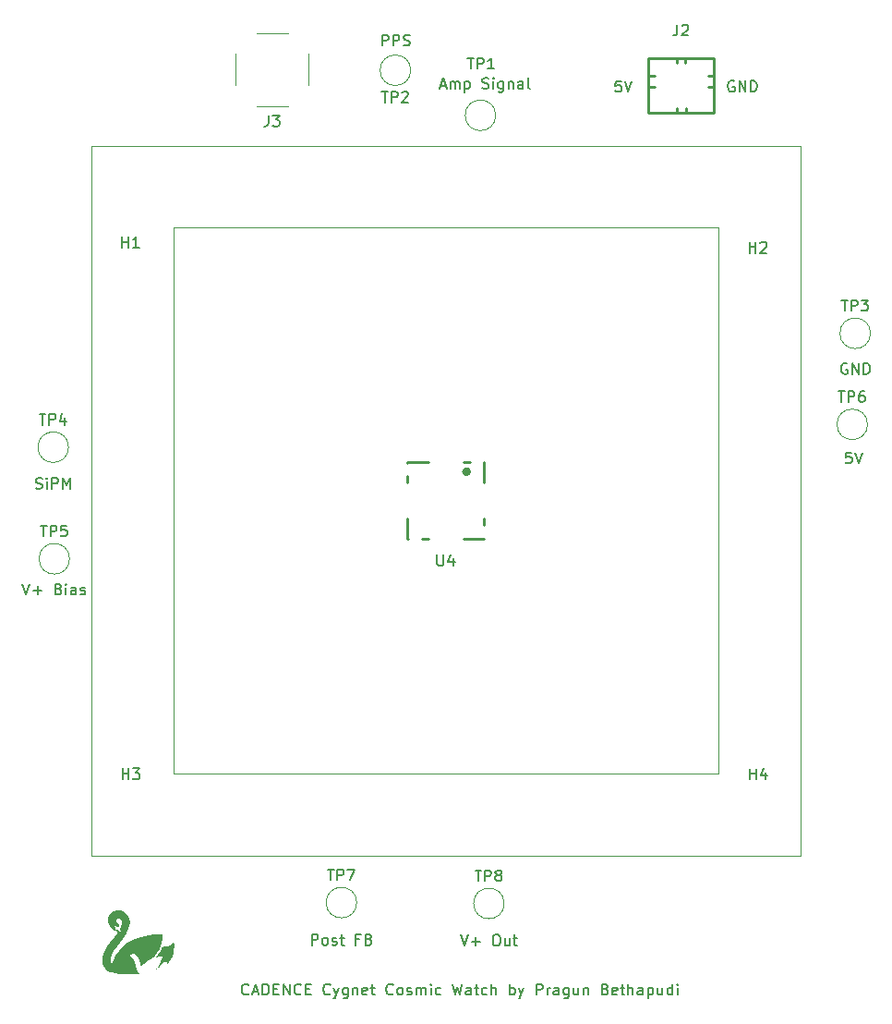
<source format=gbr>
%TF.GenerationSoftware,KiCad,Pcbnew,9.0.0*%
%TF.CreationDate,2025-06-18T13:35:49-07:00*%
%TF.ProjectId,PROVES_Cosmic_Watch,50524f56-4553-45f4-936f-736d69635f57,rev?*%
%TF.SameCoordinates,Original*%
%TF.FileFunction,Legend,Top*%
%TF.FilePolarity,Positive*%
%FSLAX46Y46*%
G04 Gerber Fmt 4.6, Leading zero omitted, Abs format (unit mm)*
G04 Created by KiCad (PCBNEW 9.0.0) date 2025-06-18 13:35:49*
%MOMM*%
%LPD*%
G01*
G04 APERTURE LIST*
G04 Aperture macros list*
%AMFreePoly0*
4,1,29,1.435355,3.535355,1.450000,3.500000,1.450000,1.450000,3.500000,1.450000,3.535355,1.435355,3.550000,1.400000,3.550000,-1.400000,3.535355,-1.435355,3.500000,-1.450000,1.450000,-1.450000,1.450000,-3.500000,1.435355,-3.535355,1.400000,-3.550000,-1.400000,-3.550000,-1.435355,-3.535355,-1.450000,-3.500000,-1.450000,-1.450000,-3.500000,-1.450000,-3.535355,-1.435355,-3.550000,-1.400000,
-3.550000,1.400000,-3.535355,1.435355,-3.500000,1.450000,-1.450000,1.450000,-1.450000,3.500000,-1.435355,3.535355,-1.400000,3.550000,1.400000,3.550000,1.435355,3.535355,1.435355,3.535355,$1*%
G04 Aperture macros list end*
%ADD10C,0.100000*%
%ADD11C,0.200000*%
%ADD12C,0.150000*%
%ADD13C,0.120000*%
%ADD14C,0.250000*%
%ADD15C,0.400000*%
%ADD16C,0.000000*%
%ADD17C,2.000000*%
%ADD18C,2.700000*%
%ADD19C,5.000000*%
%ADD20R,1.520000X1.520000*%
%ADD21C,1.520000*%
%ADD22R,0.800000X2.000000*%
%ADD23R,2.000000X0.800000*%
%ADD24FreePoly0,180.000000*%
%ADD25C,2.050000*%
%ADD26C,2.250000*%
%ADD27O,1.800000X1.400000*%
G04 APERTURE END LIST*
D10*
X107825000Y-74050000D02*
X157825000Y-74050000D01*
X157825000Y-124050000D01*
X107825000Y-124050000D01*
X107825000Y-74050000D01*
X100325000Y-66550000D02*
X165325000Y-66550000D01*
X165325000Y-131550000D01*
X100325000Y-131550000D01*
X100325000Y-66550000D01*
D11*
X126991905Y-57372219D02*
X126991905Y-56372219D01*
X126991905Y-56372219D02*
X127372857Y-56372219D01*
X127372857Y-56372219D02*
X127468095Y-56419838D01*
X127468095Y-56419838D02*
X127515714Y-56467457D01*
X127515714Y-56467457D02*
X127563333Y-56562695D01*
X127563333Y-56562695D02*
X127563333Y-56705552D01*
X127563333Y-56705552D02*
X127515714Y-56800790D01*
X127515714Y-56800790D02*
X127468095Y-56848409D01*
X127468095Y-56848409D02*
X127372857Y-56896028D01*
X127372857Y-56896028D02*
X126991905Y-56896028D01*
X127991905Y-57372219D02*
X127991905Y-56372219D01*
X127991905Y-56372219D02*
X128372857Y-56372219D01*
X128372857Y-56372219D02*
X128468095Y-56419838D01*
X128468095Y-56419838D02*
X128515714Y-56467457D01*
X128515714Y-56467457D02*
X128563333Y-56562695D01*
X128563333Y-56562695D02*
X128563333Y-56705552D01*
X128563333Y-56705552D02*
X128515714Y-56800790D01*
X128515714Y-56800790D02*
X128468095Y-56848409D01*
X128468095Y-56848409D02*
X128372857Y-56896028D01*
X128372857Y-56896028D02*
X127991905Y-56896028D01*
X128944286Y-57324600D02*
X129087143Y-57372219D01*
X129087143Y-57372219D02*
X129325238Y-57372219D01*
X129325238Y-57372219D02*
X129420476Y-57324600D01*
X129420476Y-57324600D02*
X129468095Y-57276980D01*
X129468095Y-57276980D02*
X129515714Y-57181742D01*
X129515714Y-57181742D02*
X129515714Y-57086504D01*
X129515714Y-57086504D02*
X129468095Y-56991266D01*
X129468095Y-56991266D02*
X129420476Y-56943647D01*
X129420476Y-56943647D02*
X129325238Y-56896028D01*
X129325238Y-56896028D02*
X129134762Y-56848409D01*
X129134762Y-56848409D02*
X129039524Y-56800790D01*
X129039524Y-56800790D02*
X128991905Y-56753171D01*
X128991905Y-56753171D02*
X128944286Y-56657933D01*
X128944286Y-56657933D02*
X128944286Y-56562695D01*
X128944286Y-56562695D02*
X128991905Y-56467457D01*
X128991905Y-56467457D02*
X129039524Y-56419838D01*
X129039524Y-56419838D02*
X129134762Y-56372219D01*
X129134762Y-56372219D02*
X129372857Y-56372219D01*
X129372857Y-56372219D02*
X129515714Y-56419838D01*
X159253482Y-60624838D02*
X159158244Y-60577219D01*
X159158244Y-60577219D02*
X159015387Y-60577219D01*
X159015387Y-60577219D02*
X158872530Y-60624838D01*
X158872530Y-60624838D02*
X158777292Y-60720076D01*
X158777292Y-60720076D02*
X158729673Y-60815314D01*
X158729673Y-60815314D02*
X158682054Y-61005790D01*
X158682054Y-61005790D02*
X158682054Y-61148647D01*
X158682054Y-61148647D02*
X158729673Y-61339123D01*
X158729673Y-61339123D02*
X158777292Y-61434361D01*
X158777292Y-61434361D02*
X158872530Y-61529600D01*
X158872530Y-61529600D02*
X159015387Y-61577219D01*
X159015387Y-61577219D02*
X159110625Y-61577219D01*
X159110625Y-61577219D02*
X159253482Y-61529600D01*
X159253482Y-61529600D02*
X159301101Y-61481980D01*
X159301101Y-61481980D02*
X159301101Y-61148647D01*
X159301101Y-61148647D02*
X159110625Y-61148647D01*
X159729673Y-61577219D02*
X159729673Y-60577219D01*
X159729673Y-60577219D02*
X160301101Y-61577219D01*
X160301101Y-61577219D02*
X160301101Y-60577219D01*
X160777292Y-61577219D02*
X160777292Y-60577219D01*
X160777292Y-60577219D02*
X161015387Y-60577219D01*
X161015387Y-60577219D02*
X161158244Y-60624838D01*
X161158244Y-60624838D02*
X161253482Y-60720076D01*
X161253482Y-60720076D02*
X161301101Y-60815314D01*
X161301101Y-60815314D02*
X161348720Y-61005790D01*
X161348720Y-61005790D02*
X161348720Y-61148647D01*
X161348720Y-61148647D02*
X161301101Y-61339123D01*
X161301101Y-61339123D02*
X161253482Y-61434361D01*
X161253482Y-61434361D02*
X161158244Y-61529600D01*
X161158244Y-61529600D02*
X161015387Y-61577219D01*
X161015387Y-61577219D02*
X160777292Y-61577219D01*
X114741101Y-144231980D02*
X114693482Y-144279600D01*
X114693482Y-144279600D02*
X114550625Y-144327219D01*
X114550625Y-144327219D02*
X114455387Y-144327219D01*
X114455387Y-144327219D02*
X114312530Y-144279600D01*
X114312530Y-144279600D02*
X114217292Y-144184361D01*
X114217292Y-144184361D02*
X114169673Y-144089123D01*
X114169673Y-144089123D02*
X114122054Y-143898647D01*
X114122054Y-143898647D02*
X114122054Y-143755790D01*
X114122054Y-143755790D02*
X114169673Y-143565314D01*
X114169673Y-143565314D02*
X114217292Y-143470076D01*
X114217292Y-143470076D02*
X114312530Y-143374838D01*
X114312530Y-143374838D02*
X114455387Y-143327219D01*
X114455387Y-143327219D02*
X114550625Y-143327219D01*
X114550625Y-143327219D02*
X114693482Y-143374838D01*
X114693482Y-143374838D02*
X114741101Y-143422457D01*
X115122054Y-144041504D02*
X115598244Y-144041504D01*
X115026816Y-144327219D02*
X115360149Y-143327219D01*
X115360149Y-143327219D02*
X115693482Y-144327219D01*
X116026816Y-144327219D02*
X116026816Y-143327219D01*
X116026816Y-143327219D02*
X116264911Y-143327219D01*
X116264911Y-143327219D02*
X116407768Y-143374838D01*
X116407768Y-143374838D02*
X116503006Y-143470076D01*
X116503006Y-143470076D02*
X116550625Y-143565314D01*
X116550625Y-143565314D02*
X116598244Y-143755790D01*
X116598244Y-143755790D02*
X116598244Y-143898647D01*
X116598244Y-143898647D02*
X116550625Y-144089123D01*
X116550625Y-144089123D02*
X116503006Y-144184361D01*
X116503006Y-144184361D02*
X116407768Y-144279600D01*
X116407768Y-144279600D02*
X116264911Y-144327219D01*
X116264911Y-144327219D02*
X116026816Y-144327219D01*
X117026816Y-143803409D02*
X117360149Y-143803409D01*
X117503006Y-144327219D02*
X117026816Y-144327219D01*
X117026816Y-144327219D02*
X117026816Y-143327219D01*
X117026816Y-143327219D02*
X117503006Y-143327219D01*
X117931578Y-144327219D02*
X117931578Y-143327219D01*
X117931578Y-143327219D02*
X118503006Y-144327219D01*
X118503006Y-144327219D02*
X118503006Y-143327219D01*
X119550625Y-144231980D02*
X119503006Y-144279600D01*
X119503006Y-144279600D02*
X119360149Y-144327219D01*
X119360149Y-144327219D02*
X119264911Y-144327219D01*
X119264911Y-144327219D02*
X119122054Y-144279600D01*
X119122054Y-144279600D02*
X119026816Y-144184361D01*
X119026816Y-144184361D02*
X118979197Y-144089123D01*
X118979197Y-144089123D02*
X118931578Y-143898647D01*
X118931578Y-143898647D02*
X118931578Y-143755790D01*
X118931578Y-143755790D02*
X118979197Y-143565314D01*
X118979197Y-143565314D02*
X119026816Y-143470076D01*
X119026816Y-143470076D02*
X119122054Y-143374838D01*
X119122054Y-143374838D02*
X119264911Y-143327219D01*
X119264911Y-143327219D02*
X119360149Y-143327219D01*
X119360149Y-143327219D02*
X119503006Y-143374838D01*
X119503006Y-143374838D02*
X119550625Y-143422457D01*
X119979197Y-143803409D02*
X120312530Y-143803409D01*
X120455387Y-144327219D02*
X119979197Y-144327219D01*
X119979197Y-144327219D02*
X119979197Y-143327219D01*
X119979197Y-143327219D02*
X120455387Y-143327219D01*
X122217292Y-144231980D02*
X122169673Y-144279600D01*
X122169673Y-144279600D02*
X122026816Y-144327219D01*
X122026816Y-144327219D02*
X121931578Y-144327219D01*
X121931578Y-144327219D02*
X121788721Y-144279600D01*
X121788721Y-144279600D02*
X121693483Y-144184361D01*
X121693483Y-144184361D02*
X121645864Y-144089123D01*
X121645864Y-144089123D02*
X121598245Y-143898647D01*
X121598245Y-143898647D02*
X121598245Y-143755790D01*
X121598245Y-143755790D02*
X121645864Y-143565314D01*
X121645864Y-143565314D02*
X121693483Y-143470076D01*
X121693483Y-143470076D02*
X121788721Y-143374838D01*
X121788721Y-143374838D02*
X121931578Y-143327219D01*
X121931578Y-143327219D02*
X122026816Y-143327219D01*
X122026816Y-143327219D02*
X122169673Y-143374838D01*
X122169673Y-143374838D02*
X122217292Y-143422457D01*
X122550626Y-143660552D02*
X122788721Y-144327219D01*
X123026816Y-143660552D02*
X122788721Y-144327219D01*
X122788721Y-144327219D02*
X122693483Y-144565314D01*
X122693483Y-144565314D02*
X122645864Y-144612933D01*
X122645864Y-144612933D02*
X122550626Y-144660552D01*
X123836340Y-143660552D02*
X123836340Y-144470076D01*
X123836340Y-144470076D02*
X123788721Y-144565314D01*
X123788721Y-144565314D02*
X123741102Y-144612933D01*
X123741102Y-144612933D02*
X123645864Y-144660552D01*
X123645864Y-144660552D02*
X123503007Y-144660552D01*
X123503007Y-144660552D02*
X123407769Y-144612933D01*
X123836340Y-144279600D02*
X123741102Y-144327219D01*
X123741102Y-144327219D02*
X123550626Y-144327219D01*
X123550626Y-144327219D02*
X123455388Y-144279600D01*
X123455388Y-144279600D02*
X123407769Y-144231980D01*
X123407769Y-144231980D02*
X123360150Y-144136742D01*
X123360150Y-144136742D02*
X123360150Y-143851028D01*
X123360150Y-143851028D02*
X123407769Y-143755790D01*
X123407769Y-143755790D02*
X123455388Y-143708171D01*
X123455388Y-143708171D02*
X123550626Y-143660552D01*
X123550626Y-143660552D02*
X123741102Y-143660552D01*
X123741102Y-143660552D02*
X123836340Y-143708171D01*
X124312531Y-143660552D02*
X124312531Y-144327219D01*
X124312531Y-143755790D02*
X124360150Y-143708171D01*
X124360150Y-143708171D02*
X124455388Y-143660552D01*
X124455388Y-143660552D02*
X124598245Y-143660552D01*
X124598245Y-143660552D02*
X124693483Y-143708171D01*
X124693483Y-143708171D02*
X124741102Y-143803409D01*
X124741102Y-143803409D02*
X124741102Y-144327219D01*
X125598245Y-144279600D02*
X125503007Y-144327219D01*
X125503007Y-144327219D02*
X125312531Y-144327219D01*
X125312531Y-144327219D02*
X125217293Y-144279600D01*
X125217293Y-144279600D02*
X125169674Y-144184361D01*
X125169674Y-144184361D02*
X125169674Y-143803409D01*
X125169674Y-143803409D02*
X125217293Y-143708171D01*
X125217293Y-143708171D02*
X125312531Y-143660552D01*
X125312531Y-143660552D02*
X125503007Y-143660552D01*
X125503007Y-143660552D02*
X125598245Y-143708171D01*
X125598245Y-143708171D02*
X125645864Y-143803409D01*
X125645864Y-143803409D02*
X125645864Y-143898647D01*
X125645864Y-143898647D02*
X125169674Y-143993885D01*
X125931579Y-143660552D02*
X126312531Y-143660552D01*
X126074436Y-143327219D02*
X126074436Y-144184361D01*
X126074436Y-144184361D02*
X126122055Y-144279600D01*
X126122055Y-144279600D02*
X126217293Y-144327219D01*
X126217293Y-144327219D02*
X126312531Y-144327219D01*
X127979198Y-144231980D02*
X127931579Y-144279600D01*
X127931579Y-144279600D02*
X127788722Y-144327219D01*
X127788722Y-144327219D02*
X127693484Y-144327219D01*
X127693484Y-144327219D02*
X127550627Y-144279600D01*
X127550627Y-144279600D02*
X127455389Y-144184361D01*
X127455389Y-144184361D02*
X127407770Y-144089123D01*
X127407770Y-144089123D02*
X127360151Y-143898647D01*
X127360151Y-143898647D02*
X127360151Y-143755790D01*
X127360151Y-143755790D02*
X127407770Y-143565314D01*
X127407770Y-143565314D02*
X127455389Y-143470076D01*
X127455389Y-143470076D02*
X127550627Y-143374838D01*
X127550627Y-143374838D02*
X127693484Y-143327219D01*
X127693484Y-143327219D02*
X127788722Y-143327219D01*
X127788722Y-143327219D02*
X127931579Y-143374838D01*
X127931579Y-143374838D02*
X127979198Y-143422457D01*
X128550627Y-144327219D02*
X128455389Y-144279600D01*
X128455389Y-144279600D02*
X128407770Y-144231980D01*
X128407770Y-144231980D02*
X128360151Y-144136742D01*
X128360151Y-144136742D02*
X128360151Y-143851028D01*
X128360151Y-143851028D02*
X128407770Y-143755790D01*
X128407770Y-143755790D02*
X128455389Y-143708171D01*
X128455389Y-143708171D02*
X128550627Y-143660552D01*
X128550627Y-143660552D02*
X128693484Y-143660552D01*
X128693484Y-143660552D02*
X128788722Y-143708171D01*
X128788722Y-143708171D02*
X128836341Y-143755790D01*
X128836341Y-143755790D02*
X128883960Y-143851028D01*
X128883960Y-143851028D02*
X128883960Y-144136742D01*
X128883960Y-144136742D02*
X128836341Y-144231980D01*
X128836341Y-144231980D02*
X128788722Y-144279600D01*
X128788722Y-144279600D02*
X128693484Y-144327219D01*
X128693484Y-144327219D02*
X128550627Y-144327219D01*
X129264913Y-144279600D02*
X129360151Y-144327219D01*
X129360151Y-144327219D02*
X129550627Y-144327219D01*
X129550627Y-144327219D02*
X129645865Y-144279600D01*
X129645865Y-144279600D02*
X129693484Y-144184361D01*
X129693484Y-144184361D02*
X129693484Y-144136742D01*
X129693484Y-144136742D02*
X129645865Y-144041504D01*
X129645865Y-144041504D02*
X129550627Y-143993885D01*
X129550627Y-143993885D02*
X129407770Y-143993885D01*
X129407770Y-143993885D02*
X129312532Y-143946266D01*
X129312532Y-143946266D02*
X129264913Y-143851028D01*
X129264913Y-143851028D02*
X129264913Y-143803409D01*
X129264913Y-143803409D02*
X129312532Y-143708171D01*
X129312532Y-143708171D02*
X129407770Y-143660552D01*
X129407770Y-143660552D02*
X129550627Y-143660552D01*
X129550627Y-143660552D02*
X129645865Y-143708171D01*
X130122056Y-144327219D02*
X130122056Y-143660552D01*
X130122056Y-143755790D02*
X130169675Y-143708171D01*
X130169675Y-143708171D02*
X130264913Y-143660552D01*
X130264913Y-143660552D02*
X130407770Y-143660552D01*
X130407770Y-143660552D02*
X130503008Y-143708171D01*
X130503008Y-143708171D02*
X130550627Y-143803409D01*
X130550627Y-143803409D02*
X130550627Y-144327219D01*
X130550627Y-143803409D02*
X130598246Y-143708171D01*
X130598246Y-143708171D02*
X130693484Y-143660552D01*
X130693484Y-143660552D02*
X130836341Y-143660552D01*
X130836341Y-143660552D02*
X130931580Y-143708171D01*
X130931580Y-143708171D02*
X130979199Y-143803409D01*
X130979199Y-143803409D02*
X130979199Y-144327219D01*
X131455389Y-144327219D02*
X131455389Y-143660552D01*
X131455389Y-143327219D02*
X131407770Y-143374838D01*
X131407770Y-143374838D02*
X131455389Y-143422457D01*
X131455389Y-143422457D02*
X131503008Y-143374838D01*
X131503008Y-143374838D02*
X131455389Y-143327219D01*
X131455389Y-143327219D02*
X131455389Y-143422457D01*
X132360150Y-144279600D02*
X132264912Y-144327219D01*
X132264912Y-144327219D02*
X132074436Y-144327219D01*
X132074436Y-144327219D02*
X131979198Y-144279600D01*
X131979198Y-144279600D02*
X131931579Y-144231980D01*
X131931579Y-144231980D02*
X131883960Y-144136742D01*
X131883960Y-144136742D02*
X131883960Y-143851028D01*
X131883960Y-143851028D02*
X131931579Y-143755790D01*
X131931579Y-143755790D02*
X131979198Y-143708171D01*
X131979198Y-143708171D02*
X132074436Y-143660552D01*
X132074436Y-143660552D02*
X132264912Y-143660552D01*
X132264912Y-143660552D02*
X132360150Y-143708171D01*
X133455389Y-143327219D02*
X133693484Y-144327219D01*
X133693484Y-144327219D02*
X133883960Y-143612933D01*
X133883960Y-143612933D02*
X134074436Y-144327219D01*
X134074436Y-144327219D02*
X134312532Y-143327219D01*
X135122055Y-144327219D02*
X135122055Y-143803409D01*
X135122055Y-143803409D02*
X135074436Y-143708171D01*
X135074436Y-143708171D02*
X134979198Y-143660552D01*
X134979198Y-143660552D02*
X134788722Y-143660552D01*
X134788722Y-143660552D02*
X134693484Y-143708171D01*
X135122055Y-144279600D02*
X135026817Y-144327219D01*
X135026817Y-144327219D02*
X134788722Y-144327219D01*
X134788722Y-144327219D02*
X134693484Y-144279600D01*
X134693484Y-144279600D02*
X134645865Y-144184361D01*
X134645865Y-144184361D02*
X134645865Y-144089123D01*
X134645865Y-144089123D02*
X134693484Y-143993885D01*
X134693484Y-143993885D02*
X134788722Y-143946266D01*
X134788722Y-143946266D02*
X135026817Y-143946266D01*
X135026817Y-143946266D02*
X135122055Y-143898647D01*
X135455389Y-143660552D02*
X135836341Y-143660552D01*
X135598246Y-143327219D02*
X135598246Y-144184361D01*
X135598246Y-144184361D02*
X135645865Y-144279600D01*
X135645865Y-144279600D02*
X135741103Y-144327219D01*
X135741103Y-144327219D02*
X135836341Y-144327219D01*
X136598246Y-144279600D02*
X136503008Y-144327219D01*
X136503008Y-144327219D02*
X136312532Y-144327219D01*
X136312532Y-144327219D02*
X136217294Y-144279600D01*
X136217294Y-144279600D02*
X136169675Y-144231980D01*
X136169675Y-144231980D02*
X136122056Y-144136742D01*
X136122056Y-144136742D02*
X136122056Y-143851028D01*
X136122056Y-143851028D02*
X136169675Y-143755790D01*
X136169675Y-143755790D02*
X136217294Y-143708171D01*
X136217294Y-143708171D02*
X136312532Y-143660552D01*
X136312532Y-143660552D02*
X136503008Y-143660552D01*
X136503008Y-143660552D02*
X136598246Y-143708171D01*
X137026818Y-144327219D02*
X137026818Y-143327219D01*
X137455389Y-144327219D02*
X137455389Y-143803409D01*
X137455389Y-143803409D02*
X137407770Y-143708171D01*
X137407770Y-143708171D02*
X137312532Y-143660552D01*
X137312532Y-143660552D02*
X137169675Y-143660552D01*
X137169675Y-143660552D02*
X137074437Y-143708171D01*
X137074437Y-143708171D02*
X137026818Y-143755790D01*
X138693485Y-144327219D02*
X138693485Y-143327219D01*
X138693485Y-143708171D02*
X138788723Y-143660552D01*
X138788723Y-143660552D02*
X138979199Y-143660552D01*
X138979199Y-143660552D02*
X139074437Y-143708171D01*
X139074437Y-143708171D02*
X139122056Y-143755790D01*
X139122056Y-143755790D02*
X139169675Y-143851028D01*
X139169675Y-143851028D02*
X139169675Y-144136742D01*
X139169675Y-144136742D02*
X139122056Y-144231980D01*
X139122056Y-144231980D02*
X139074437Y-144279600D01*
X139074437Y-144279600D02*
X138979199Y-144327219D01*
X138979199Y-144327219D02*
X138788723Y-144327219D01*
X138788723Y-144327219D02*
X138693485Y-144279600D01*
X139503009Y-143660552D02*
X139741104Y-144327219D01*
X139979199Y-143660552D02*
X139741104Y-144327219D01*
X139741104Y-144327219D02*
X139645866Y-144565314D01*
X139645866Y-144565314D02*
X139598247Y-144612933D01*
X139598247Y-144612933D02*
X139503009Y-144660552D01*
X141122057Y-144327219D02*
X141122057Y-143327219D01*
X141122057Y-143327219D02*
X141503009Y-143327219D01*
X141503009Y-143327219D02*
X141598247Y-143374838D01*
X141598247Y-143374838D02*
X141645866Y-143422457D01*
X141645866Y-143422457D02*
X141693485Y-143517695D01*
X141693485Y-143517695D02*
X141693485Y-143660552D01*
X141693485Y-143660552D02*
X141645866Y-143755790D01*
X141645866Y-143755790D02*
X141598247Y-143803409D01*
X141598247Y-143803409D02*
X141503009Y-143851028D01*
X141503009Y-143851028D02*
X141122057Y-143851028D01*
X142122057Y-144327219D02*
X142122057Y-143660552D01*
X142122057Y-143851028D02*
X142169676Y-143755790D01*
X142169676Y-143755790D02*
X142217295Y-143708171D01*
X142217295Y-143708171D02*
X142312533Y-143660552D01*
X142312533Y-143660552D02*
X142407771Y-143660552D01*
X143169676Y-144327219D02*
X143169676Y-143803409D01*
X143169676Y-143803409D02*
X143122057Y-143708171D01*
X143122057Y-143708171D02*
X143026819Y-143660552D01*
X143026819Y-143660552D02*
X142836343Y-143660552D01*
X142836343Y-143660552D02*
X142741105Y-143708171D01*
X143169676Y-144279600D02*
X143074438Y-144327219D01*
X143074438Y-144327219D02*
X142836343Y-144327219D01*
X142836343Y-144327219D02*
X142741105Y-144279600D01*
X142741105Y-144279600D02*
X142693486Y-144184361D01*
X142693486Y-144184361D02*
X142693486Y-144089123D01*
X142693486Y-144089123D02*
X142741105Y-143993885D01*
X142741105Y-143993885D02*
X142836343Y-143946266D01*
X142836343Y-143946266D02*
X143074438Y-143946266D01*
X143074438Y-143946266D02*
X143169676Y-143898647D01*
X144074438Y-143660552D02*
X144074438Y-144470076D01*
X144074438Y-144470076D02*
X144026819Y-144565314D01*
X144026819Y-144565314D02*
X143979200Y-144612933D01*
X143979200Y-144612933D02*
X143883962Y-144660552D01*
X143883962Y-144660552D02*
X143741105Y-144660552D01*
X143741105Y-144660552D02*
X143645867Y-144612933D01*
X144074438Y-144279600D02*
X143979200Y-144327219D01*
X143979200Y-144327219D02*
X143788724Y-144327219D01*
X143788724Y-144327219D02*
X143693486Y-144279600D01*
X143693486Y-144279600D02*
X143645867Y-144231980D01*
X143645867Y-144231980D02*
X143598248Y-144136742D01*
X143598248Y-144136742D02*
X143598248Y-143851028D01*
X143598248Y-143851028D02*
X143645867Y-143755790D01*
X143645867Y-143755790D02*
X143693486Y-143708171D01*
X143693486Y-143708171D02*
X143788724Y-143660552D01*
X143788724Y-143660552D02*
X143979200Y-143660552D01*
X143979200Y-143660552D02*
X144074438Y-143708171D01*
X144979200Y-143660552D02*
X144979200Y-144327219D01*
X144550629Y-143660552D02*
X144550629Y-144184361D01*
X144550629Y-144184361D02*
X144598248Y-144279600D01*
X144598248Y-144279600D02*
X144693486Y-144327219D01*
X144693486Y-144327219D02*
X144836343Y-144327219D01*
X144836343Y-144327219D02*
X144931581Y-144279600D01*
X144931581Y-144279600D02*
X144979200Y-144231980D01*
X145455391Y-143660552D02*
X145455391Y-144327219D01*
X145455391Y-143755790D02*
X145503010Y-143708171D01*
X145503010Y-143708171D02*
X145598248Y-143660552D01*
X145598248Y-143660552D02*
X145741105Y-143660552D01*
X145741105Y-143660552D02*
X145836343Y-143708171D01*
X145836343Y-143708171D02*
X145883962Y-143803409D01*
X145883962Y-143803409D02*
X145883962Y-144327219D01*
X147455391Y-143803409D02*
X147598248Y-143851028D01*
X147598248Y-143851028D02*
X147645867Y-143898647D01*
X147645867Y-143898647D02*
X147693486Y-143993885D01*
X147693486Y-143993885D02*
X147693486Y-144136742D01*
X147693486Y-144136742D02*
X147645867Y-144231980D01*
X147645867Y-144231980D02*
X147598248Y-144279600D01*
X147598248Y-144279600D02*
X147503010Y-144327219D01*
X147503010Y-144327219D02*
X147122058Y-144327219D01*
X147122058Y-144327219D02*
X147122058Y-143327219D01*
X147122058Y-143327219D02*
X147455391Y-143327219D01*
X147455391Y-143327219D02*
X147550629Y-143374838D01*
X147550629Y-143374838D02*
X147598248Y-143422457D01*
X147598248Y-143422457D02*
X147645867Y-143517695D01*
X147645867Y-143517695D02*
X147645867Y-143612933D01*
X147645867Y-143612933D02*
X147598248Y-143708171D01*
X147598248Y-143708171D02*
X147550629Y-143755790D01*
X147550629Y-143755790D02*
X147455391Y-143803409D01*
X147455391Y-143803409D02*
X147122058Y-143803409D01*
X148503010Y-144279600D02*
X148407772Y-144327219D01*
X148407772Y-144327219D02*
X148217296Y-144327219D01*
X148217296Y-144327219D02*
X148122058Y-144279600D01*
X148122058Y-144279600D02*
X148074439Y-144184361D01*
X148074439Y-144184361D02*
X148074439Y-143803409D01*
X148074439Y-143803409D02*
X148122058Y-143708171D01*
X148122058Y-143708171D02*
X148217296Y-143660552D01*
X148217296Y-143660552D02*
X148407772Y-143660552D01*
X148407772Y-143660552D02*
X148503010Y-143708171D01*
X148503010Y-143708171D02*
X148550629Y-143803409D01*
X148550629Y-143803409D02*
X148550629Y-143898647D01*
X148550629Y-143898647D02*
X148074439Y-143993885D01*
X148836344Y-143660552D02*
X149217296Y-143660552D01*
X148979201Y-143327219D02*
X148979201Y-144184361D01*
X148979201Y-144184361D02*
X149026820Y-144279600D01*
X149026820Y-144279600D02*
X149122058Y-144327219D01*
X149122058Y-144327219D02*
X149217296Y-144327219D01*
X149550630Y-144327219D02*
X149550630Y-143327219D01*
X149979201Y-144327219D02*
X149979201Y-143803409D01*
X149979201Y-143803409D02*
X149931582Y-143708171D01*
X149931582Y-143708171D02*
X149836344Y-143660552D01*
X149836344Y-143660552D02*
X149693487Y-143660552D01*
X149693487Y-143660552D02*
X149598249Y-143708171D01*
X149598249Y-143708171D02*
X149550630Y-143755790D01*
X150883963Y-144327219D02*
X150883963Y-143803409D01*
X150883963Y-143803409D02*
X150836344Y-143708171D01*
X150836344Y-143708171D02*
X150741106Y-143660552D01*
X150741106Y-143660552D02*
X150550630Y-143660552D01*
X150550630Y-143660552D02*
X150455392Y-143708171D01*
X150883963Y-144279600D02*
X150788725Y-144327219D01*
X150788725Y-144327219D02*
X150550630Y-144327219D01*
X150550630Y-144327219D02*
X150455392Y-144279600D01*
X150455392Y-144279600D02*
X150407773Y-144184361D01*
X150407773Y-144184361D02*
X150407773Y-144089123D01*
X150407773Y-144089123D02*
X150455392Y-143993885D01*
X150455392Y-143993885D02*
X150550630Y-143946266D01*
X150550630Y-143946266D02*
X150788725Y-143946266D01*
X150788725Y-143946266D02*
X150883963Y-143898647D01*
X151360154Y-143660552D02*
X151360154Y-144660552D01*
X151360154Y-143708171D02*
X151455392Y-143660552D01*
X151455392Y-143660552D02*
X151645868Y-143660552D01*
X151645868Y-143660552D02*
X151741106Y-143708171D01*
X151741106Y-143708171D02*
X151788725Y-143755790D01*
X151788725Y-143755790D02*
X151836344Y-143851028D01*
X151836344Y-143851028D02*
X151836344Y-144136742D01*
X151836344Y-144136742D02*
X151788725Y-144231980D01*
X151788725Y-144231980D02*
X151741106Y-144279600D01*
X151741106Y-144279600D02*
X151645868Y-144327219D01*
X151645868Y-144327219D02*
X151455392Y-144327219D01*
X151455392Y-144327219D02*
X151360154Y-144279600D01*
X152693487Y-143660552D02*
X152693487Y-144327219D01*
X152264916Y-143660552D02*
X152264916Y-144184361D01*
X152264916Y-144184361D02*
X152312535Y-144279600D01*
X152312535Y-144279600D02*
X152407773Y-144327219D01*
X152407773Y-144327219D02*
X152550630Y-144327219D01*
X152550630Y-144327219D02*
X152645868Y-144279600D01*
X152645868Y-144279600D02*
X152693487Y-144231980D01*
X153598249Y-144327219D02*
X153598249Y-143327219D01*
X153598249Y-144279600D02*
X153503011Y-144327219D01*
X153503011Y-144327219D02*
X153312535Y-144327219D01*
X153312535Y-144327219D02*
X153217297Y-144279600D01*
X153217297Y-144279600D02*
X153169678Y-144231980D01*
X153169678Y-144231980D02*
X153122059Y-144136742D01*
X153122059Y-144136742D02*
X153122059Y-143851028D01*
X153122059Y-143851028D02*
X153169678Y-143755790D01*
X153169678Y-143755790D02*
X153217297Y-143708171D01*
X153217297Y-143708171D02*
X153312535Y-143660552D01*
X153312535Y-143660552D02*
X153503011Y-143660552D01*
X153503011Y-143660552D02*
X153598249Y-143708171D01*
X154074440Y-144327219D02*
X154074440Y-143660552D01*
X154074440Y-143327219D02*
X154026821Y-143374838D01*
X154026821Y-143374838D02*
X154074440Y-143422457D01*
X154074440Y-143422457D02*
X154122059Y-143374838D01*
X154122059Y-143374838D02*
X154074440Y-143327219D01*
X154074440Y-143327219D02*
X154074440Y-143422457D01*
X132322054Y-61031504D02*
X132798244Y-61031504D01*
X132226816Y-61317219D02*
X132560149Y-60317219D01*
X132560149Y-60317219D02*
X132893482Y-61317219D01*
X133226816Y-61317219D02*
X133226816Y-60650552D01*
X133226816Y-60745790D02*
X133274435Y-60698171D01*
X133274435Y-60698171D02*
X133369673Y-60650552D01*
X133369673Y-60650552D02*
X133512530Y-60650552D01*
X133512530Y-60650552D02*
X133607768Y-60698171D01*
X133607768Y-60698171D02*
X133655387Y-60793409D01*
X133655387Y-60793409D02*
X133655387Y-61317219D01*
X133655387Y-60793409D02*
X133703006Y-60698171D01*
X133703006Y-60698171D02*
X133798244Y-60650552D01*
X133798244Y-60650552D02*
X133941101Y-60650552D01*
X133941101Y-60650552D02*
X134036340Y-60698171D01*
X134036340Y-60698171D02*
X134083959Y-60793409D01*
X134083959Y-60793409D02*
X134083959Y-61317219D01*
X134560149Y-60650552D02*
X134560149Y-61650552D01*
X134560149Y-60698171D02*
X134655387Y-60650552D01*
X134655387Y-60650552D02*
X134845863Y-60650552D01*
X134845863Y-60650552D02*
X134941101Y-60698171D01*
X134941101Y-60698171D02*
X134988720Y-60745790D01*
X134988720Y-60745790D02*
X135036339Y-60841028D01*
X135036339Y-60841028D02*
X135036339Y-61126742D01*
X135036339Y-61126742D02*
X134988720Y-61221980D01*
X134988720Y-61221980D02*
X134941101Y-61269600D01*
X134941101Y-61269600D02*
X134845863Y-61317219D01*
X134845863Y-61317219D02*
X134655387Y-61317219D01*
X134655387Y-61317219D02*
X134560149Y-61269600D01*
X136179197Y-61269600D02*
X136322054Y-61317219D01*
X136322054Y-61317219D02*
X136560149Y-61317219D01*
X136560149Y-61317219D02*
X136655387Y-61269600D01*
X136655387Y-61269600D02*
X136703006Y-61221980D01*
X136703006Y-61221980D02*
X136750625Y-61126742D01*
X136750625Y-61126742D02*
X136750625Y-61031504D01*
X136750625Y-61031504D02*
X136703006Y-60936266D01*
X136703006Y-60936266D02*
X136655387Y-60888647D01*
X136655387Y-60888647D02*
X136560149Y-60841028D01*
X136560149Y-60841028D02*
X136369673Y-60793409D01*
X136369673Y-60793409D02*
X136274435Y-60745790D01*
X136274435Y-60745790D02*
X136226816Y-60698171D01*
X136226816Y-60698171D02*
X136179197Y-60602933D01*
X136179197Y-60602933D02*
X136179197Y-60507695D01*
X136179197Y-60507695D02*
X136226816Y-60412457D01*
X136226816Y-60412457D02*
X136274435Y-60364838D01*
X136274435Y-60364838D02*
X136369673Y-60317219D01*
X136369673Y-60317219D02*
X136607768Y-60317219D01*
X136607768Y-60317219D02*
X136750625Y-60364838D01*
X137179197Y-61317219D02*
X137179197Y-60650552D01*
X137179197Y-60317219D02*
X137131578Y-60364838D01*
X137131578Y-60364838D02*
X137179197Y-60412457D01*
X137179197Y-60412457D02*
X137226816Y-60364838D01*
X137226816Y-60364838D02*
X137179197Y-60317219D01*
X137179197Y-60317219D02*
X137179197Y-60412457D01*
X138083958Y-60650552D02*
X138083958Y-61460076D01*
X138083958Y-61460076D02*
X138036339Y-61555314D01*
X138036339Y-61555314D02*
X137988720Y-61602933D01*
X137988720Y-61602933D02*
X137893482Y-61650552D01*
X137893482Y-61650552D02*
X137750625Y-61650552D01*
X137750625Y-61650552D02*
X137655387Y-61602933D01*
X138083958Y-61269600D02*
X137988720Y-61317219D01*
X137988720Y-61317219D02*
X137798244Y-61317219D01*
X137798244Y-61317219D02*
X137703006Y-61269600D01*
X137703006Y-61269600D02*
X137655387Y-61221980D01*
X137655387Y-61221980D02*
X137607768Y-61126742D01*
X137607768Y-61126742D02*
X137607768Y-60841028D01*
X137607768Y-60841028D02*
X137655387Y-60745790D01*
X137655387Y-60745790D02*
X137703006Y-60698171D01*
X137703006Y-60698171D02*
X137798244Y-60650552D01*
X137798244Y-60650552D02*
X137988720Y-60650552D01*
X137988720Y-60650552D02*
X138083958Y-60698171D01*
X138560149Y-60650552D02*
X138560149Y-61317219D01*
X138560149Y-60745790D02*
X138607768Y-60698171D01*
X138607768Y-60698171D02*
X138703006Y-60650552D01*
X138703006Y-60650552D02*
X138845863Y-60650552D01*
X138845863Y-60650552D02*
X138941101Y-60698171D01*
X138941101Y-60698171D02*
X138988720Y-60793409D01*
X138988720Y-60793409D02*
X138988720Y-61317219D01*
X139893482Y-61317219D02*
X139893482Y-60793409D01*
X139893482Y-60793409D02*
X139845863Y-60698171D01*
X139845863Y-60698171D02*
X139750625Y-60650552D01*
X139750625Y-60650552D02*
X139560149Y-60650552D01*
X139560149Y-60650552D02*
X139464911Y-60698171D01*
X139893482Y-61269600D02*
X139798244Y-61317219D01*
X139798244Y-61317219D02*
X139560149Y-61317219D01*
X139560149Y-61317219D02*
X139464911Y-61269600D01*
X139464911Y-61269600D02*
X139417292Y-61174361D01*
X139417292Y-61174361D02*
X139417292Y-61079123D01*
X139417292Y-61079123D02*
X139464911Y-60983885D01*
X139464911Y-60983885D02*
X139560149Y-60936266D01*
X139560149Y-60936266D02*
X139798244Y-60936266D01*
X139798244Y-60936266D02*
X139893482Y-60888647D01*
X140512530Y-61317219D02*
X140417292Y-61269600D01*
X140417292Y-61269600D02*
X140369673Y-61174361D01*
X140369673Y-61174361D02*
X140369673Y-60317219D01*
X170009523Y-94642219D02*
X169533333Y-94642219D01*
X169533333Y-94642219D02*
X169485714Y-95118409D01*
X169485714Y-95118409D02*
X169533333Y-95070790D01*
X169533333Y-95070790D02*
X169628571Y-95023171D01*
X169628571Y-95023171D02*
X169866666Y-95023171D01*
X169866666Y-95023171D02*
X169961904Y-95070790D01*
X169961904Y-95070790D02*
X170009523Y-95118409D01*
X170009523Y-95118409D02*
X170057142Y-95213647D01*
X170057142Y-95213647D02*
X170057142Y-95451742D01*
X170057142Y-95451742D02*
X170009523Y-95546980D01*
X170009523Y-95546980D02*
X169961904Y-95594600D01*
X169961904Y-95594600D02*
X169866666Y-95642219D01*
X169866666Y-95642219D02*
X169628571Y-95642219D01*
X169628571Y-95642219D02*
X169533333Y-95594600D01*
X169533333Y-95594600D02*
X169485714Y-95546980D01*
X170342857Y-94642219D02*
X170676190Y-95642219D01*
X170676190Y-95642219D02*
X171009523Y-94642219D01*
X148895863Y-60597219D02*
X148419673Y-60597219D01*
X148419673Y-60597219D02*
X148372054Y-61073409D01*
X148372054Y-61073409D02*
X148419673Y-61025790D01*
X148419673Y-61025790D02*
X148514911Y-60978171D01*
X148514911Y-60978171D02*
X148753006Y-60978171D01*
X148753006Y-60978171D02*
X148848244Y-61025790D01*
X148848244Y-61025790D02*
X148895863Y-61073409D01*
X148895863Y-61073409D02*
X148943482Y-61168647D01*
X148943482Y-61168647D02*
X148943482Y-61406742D01*
X148943482Y-61406742D02*
X148895863Y-61501980D01*
X148895863Y-61501980D02*
X148848244Y-61549600D01*
X148848244Y-61549600D02*
X148753006Y-61597219D01*
X148753006Y-61597219D02*
X148514911Y-61597219D01*
X148514911Y-61597219D02*
X148419673Y-61549600D01*
X148419673Y-61549600D02*
X148372054Y-61501980D01*
X149229197Y-60597219D02*
X149562530Y-61597219D01*
X149562530Y-61597219D02*
X149895863Y-60597219D01*
X95663095Y-101327219D02*
X96234523Y-101327219D01*
X95948809Y-102327219D02*
X95948809Y-101327219D01*
X96567857Y-102327219D02*
X96567857Y-101327219D01*
X96567857Y-101327219D02*
X96948809Y-101327219D01*
X96948809Y-101327219D02*
X97044047Y-101374838D01*
X97044047Y-101374838D02*
X97091666Y-101422457D01*
X97091666Y-101422457D02*
X97139285Y-101517695D01*
X97139285Y-101517695D02*
X97139285Y-101660552D01*
X97139285Y-101660552D02*
X97091666Y-101755790D01*
X97091666Y-101755790D02*
X97044047Y-101803409D01*
X97044047Y-101803409D02*
X96948809Y-101851028D01*
X96948809Y-101851028D02*
X96567857Y-101851028D01*
X98044047Y-101327219D02*
X97567857Y-101327219D01*
X97567857Y-101327219D02*
X97520238Y-101803409D01*
X97520238Y-101803409D02*
X97567857Y-101755790D01*
X97567857Y-101755790D02*
X97663095Y-101708171D01*
X97663095Y-101708171D02*
X97901190Y-101708171D01*
X97901190Y-101708171D02*
X97996428Y-101755790D01*
X97996428Y-101755790D02*
X98044047Y-101803409D01*
X98044047Y-101803409D02*
X98091666Y-101898647D01*
X98091666Y-101898647D02*
X98091666Y-102136742D01*
X98091666Y-102136742D02*
X98044047Y-102231980D01*
X98044047Y-102231980D02*
X97996428Y-102279600D01*
X97996428Y-102279600D02*
X97901190Y-102327219D01*
X97901190Y-102327219D02*
X97663095Y-102327219D01*
X97663095Y-102327219D02*
X97567857Y-102279600D01*
X97567857Y-102279600D02*
X97520238Y-102231980D01*
X93996429Y-106662219D02*
X94329762Y-107662219D01*
X94329762Y-107662219D02*
X94663095Y-106662219D01*
X94996429Y-107281266D02*
X95758334Y-107281266D01*
X95377381Y-107662219D02*
X95377381Y-106900314D01*
X97329762Y-107138409D02*
X97472619Y-107186028D01*
X97472619Y-107186028D02*
X97520238Y-107233647D01*
X97520238Y-107233647D02*
X97567857Y-107328885D01*
X97567857Y-107328885D02*
X97567857Y-107471742D01*
X97567857Y-107471742D02*
X97520238Y-107566980D01*
X97520238Y-107566980D02*
X97472619Y-107614600D01*
X97472619Y-107614600D02*
X97377381Y-107662219D01*
X97377381Y-107662219D02*
X96996429Y-107662219D01*
X96996429Y-107662219D02*
X96996429Y-106662219D01*
X96996429Y-106662219D02*
X97329762Y-106662219D01*
X97329762Y-106662219D02*
X97425000Y-106709838D01*
X97425000Y-106709838D02*
X97472619Y-106757457D01*
X97472619Y-106757457D02*
X97520238Y-106852695D01*
X97520238Y-106852695D02*
X97520238Y-106947933D01*
X97520238Y-106947933D02*
X97472619Y-107043171D01*
X97472619Y-107043171D02*
X97425000Y-107090790D01*
X97425000Y-107090790D02*
X97329762Y-107138409D01*
X97329762Y-107138409D02*
X96996429Y-107138409D01*
X97996429Y-107662219D02*
X97996429Y-106995552D01*
X97996429Y-106662219D02*
X97948810Y-106709838D01*
X97948810Y-106709838D02*
X97996429Y-106757457D01*
X97996429Y-106757457D02*
X98044048Y-106709838D01*
X98044048Y-106709838D02*
X97996429Y-106662219D01*
X97996429Y-106662219D02*
X97996429Y-106757457D01*
X98901190Y-107662219D02*
X98901190Y-107138409D01*
X98901190Y-107138409D02*
X98853571Y-107043171D01*
X98853571Y-107043171D02*
X98758333Y-106995552D01*
X98758333Y-106995552D02*
X98567857Y-106995552D01*
X98567857Y-106995552D02*
X98472619Y-107043171D01*
X98901190Y-107614600D02*
X98805952Y-107662219D01*
X98805952Y-107662219D02*
X98567857Y-107662219D01*
X98567857Y-107662219D02*
X98472619Y-107614600D01*
X98472619Y-107614600D02*
X98425000Y-107519361D01*
X98425000Y-107519361D02*
X98425000Y-107424123D01*
X98425000Y-107424123D02*
X98472619Y-107328885D01*
X98472619Y-107328885D02*
X98567857Y-107281266D01*
X98567857Y-107281266D02*
X98805952Y-107281266D01*
X98805952Y-107281266D02*
X98901190Y-107233647D01*
X99329762Y-107614600D02*
X99425000Y-107662219D01*
X99425000Y-107662219D02*
X99615476Y-107662219D01*
X99615476Y-107662219D02*
X99710714Y-107614600D01*
X99710714Y-107614600D02*
X99758333Y-107519361D01*
X99758333Y-107519361D02*
X99758333Y-107471742D01*
X99758333Y-107471742D02*
X99710714Y-107376504D01*
X99710714Y-107376504D02*
X99615476Y-107328885D01*
X99615476Y-107328885D02*
X99472619Y-107328885D01*
X99472619Y-107328885D02*
X99377381Y-107281266D01*
X99377381Y-107281266D02*
X99329762Y-107186028D01*
X99329762Y-107186028D02*
X99329762Y-107138409D01*
X99329762Y-107138409D02*
X99377381Y-107043171D01*
X99377381Y-107043171D02*
X99472619Y-106995552D01*
X99472619Y-106995552D02*
X99615476Y-106995552D01*
X99615476Y-106995552D02*
X99710714Y-107043171D01*
D12*
X103148095Y-75864819D02*
X103148095Y-74864819D01*
X103148095Y-75341009D02*
X103719523Y-75341009D01*
X103719523Y-75864819D02*
X103719523Y-74864819D01*
X104719523Y-75864819D02*
X104148095Y-75864819D01*
X104433809Y-75864819D02*
X104433809Y-74864819D01*
X104433809Y-74864819D02*
X104338571Y-75007676D01*
X104338571Y-75007676D02*
X104243333Y-75102914D01*
X104243333Y-75102914D02*
X104148095Y-75150533D01*
X160688095Y-124594819D02*
X160688095Y-123594819D01*
X160688095Y-124071009D02*
X161259523Y-124071009D01*
X161259523Y-124594819D02*
X161259523Y-123594819D01*
X162164285Y-123928152D02*
X162164285Y-124594819D01*
X161926190Y-123547200D02*
X161688095Y-124261485D01*
X161688095Y-124261485D02*
X162307142Y-124261485D01*
D11*
X126938095Y-61572219D02*
X127509523Y-61572219D01*
X127223809Y-62572219D02*
X127223809Y-61572219D01*
X127842857Y-62572219D02*
X127842857Y-61572219D01*
X127842857Y-61572219D02*
X128223809Y-61572219D01*
X128223809Y-61572219D02*
X128319047Y-61619838D01*
X128319047Y-61619838D02*
X128366666Y-61667457D01*
X128366666Y-61667457D02*
X128414285Y-61762695D01*
X128414285Y-61762695D02*
X128414285Y-61905552D01*
X128414285Y-61905552D02*
X128366666Y-62000790D01*
X128366666Y-62000790D02*
X128319047Y-62048409D01*
X128319047Y-62048409D02*
X128223809Y-62096028D01*
X128223809Y-62096028D02*
X127842857Y-62096028D01*
X128795238Y-61667457D02*
X128842857Y-61619838D01*
X128842857Y-61619838D02*
X128938095Y-61572219D01*
X128938095Y-61572219D02*
X129176190Y-61572219D01*
X129176190Y-61572219D02*
X129271428Y-61619838D01*
X129271428Y-61619838D02*
X129319047Y-61667457D01*
X129319047Y-61667457D02*
X129366666Y-61762695D01*
X129366666Y-61762695D02*
X129366666Y-61857933D01*
X129366666Y-61857933D02*
X129319047Y-62000790D01*
X129319047Y-62000790D02*
X128747619Y-62572219D01*
X128747619Y-62572219D02*
X129366666Y-62572219D01*
X135513095Y-132902219D02*
X136084523Y-132902219D01*
X135798809Y-133902219D02*
X135798809Y-132902219D01*
X136417857Y-133902219D02*
X136417857Y-132902219D01*
X136417857Y-132902219D02*
X136798809Y-132902219D01*
X136798809Y-132902219D02*
X136894047Y-132949838D01*
X136894047Y-132949838D02*
X136941666Y-132997457D01*
X136941666Y-132997457D02*
X136989285Y-133092695D01*
X136989285Y-133092695D02*
X136989285Y-133235552D01*
X136989285Y-133235552D02*
X136941666Y-133330790D01*
X136941666Y-133330790D02*
X136894047Y-133378409D01*
X136894047Y-133378409D02*
X136798809Y-133426028D01*
X136798809Y-133426028D02*
X136417857Y-133426028D01*
X137560714Y-133330790D02*
X137465476Y-133283171D01*
X137465476Y-133283171D02*
X137417857Y-133235552D01*
X137417857Y-133235552D02*
X137370238Y-133140314D01*
X137370238Y-133140314D02*
X137370238Y-133092695D01*
X137370238Y-133092695D02*
X137417857Y-132997457D01*
X137417857Y-132997457D02*
X137465476Y-132949838D01*
X137465476Y-132949838D02*
X137560714Y-132902219D01*
X137560714Y-132902219D02*
X137751190Y-132902219D01*
X137751190Y-132902219D02*
X137846428Y-132949838D01*
X137846428Y-132949838D02*
X137894047Y-132997457D01*
X137894047Y-132997457D02*
X137941666Y-133092695D01*
X137941666Y-133092695D02*
X137941666Y-133140314D01*
X137941666Y-133140314D02*
X137894047Y-133235552D01*
X137894047Y-133235552D02*
X137846428Y-133283171D01*
X137846428Y-133283171D02*
X137751190Y-133330790D01*
X137751190Y-133330790D02*
X137560714Y-133330790D01*
X137560714Y-133330790D02*
X137465476Y-133378409D01*
X137465476Y-133378409D02*
X137417857Y-133426028D01*
X137417857Y-133426028D02*
X137370238Y-133521266D01*
X137370238Y-133521266D02*
X137370238Y-133711742D01*
X137370238Y-133711742D02*
X137417857Y-133806980D01*
X137417857Y-133806980D02*
X137465476Y-133854600D01*
X137465476Y-133854600D02*
X137560714Y-133902219D01*
X137560714Y-133902219D02*
X137751190Y-133902219D01*
X137751190Y-133902219D02*
X137846428Y-133854600D01*
X137846428Y-133854600D02*
X137894047Y-133806980D01*
X137894047Y-133806980D02*
X137941666Y-133711742D01*
X137941666Y-133711742D02*
X137941666Y-133521266D01*
X137941666Y-133521266D02*
X137894047Y-133426028D01*
X137894047Y-133426028D02*
X137846428Y-133378409D01*
X137846428Y-133378409D02*
X137751190Y-133330790D01*
X134179762Y-138822219D02*
X134513095Y-139822219D01*
X134513095Y-139822219D02*
X134846428Y-138822219D01*
X135179762Y-139441266D02*
X135941667Y-139441266D01*
X135560714Y-139822219D02*
X135560714Y-139060314D01*
X137370238Y-138822219D02*
X137560714Y-138822219D01*
X137560714Y-138822219D02*
X137655952Y-138869838D01*
X137655952Y-138869838D02*
X137751190Y-138965076D01*
X137751190Y-138965076D02*
X137798809Y-139155552D01*
X137798809Y-139155552D02*
X137798809Y-139488885D01*
X137798809Y-139488885D02*
X137751190Y-139679361D01*
X137751190Y-139679361D02*
X137655952Y-139774600D01*
X137655952Y-139774600D02*
X137560714Y-139822219D01*
X137560714Y-139822219D02*
X137370238Y-139822219D01*
X137370238Y-139822219D02*
X137275000Y-139774600D01*
X137275000Y-139774600D02*
X137179762Y-139679361D01*
X137179762Y-139679361D02*
X137132143Y-139488885D01*
X137132143Y-139488885D02*
X137132143Y-139155552D01*
X137132143Y-139155552D02*
X137179762Y-138965076D01*
X137179762Y-138965076D02*
X137275000Y-138869838D01*
X137275000Y-138869838D02*
X137370238Y-138822219D01*
X138655952Y-139155552D02*
X138655952Y-139822219D01*
X138227381Y-139155552D02*
X138227381Y-139679361D01*
X138227381Y-139679361D02*
X138275000Y-139774600D01*
X138275000Y-139774600D02*
X138370238Y-139822219D01*
X138370238Y-139822219D02*
X138513095Y-139822219D01*
X138513095Y-139822219D02*
X138608333Y-139774600D01*
X138608333Y-139774600D02*
X138655952Y-139726980D01*
X138989286Y-139155552D02*
X139370238Y-139155552D01*
X139132143Y-138822219D02*
X139132143Y-139679361D01*
X139132143Y-139679361D02*
X139179762Y-139774600D01*
X139179762Y-139774600D02*
X139275000Y-139822219D01*
X139275000Y-139822219D02*
X139370238Y-139822219D01*
D12*
X154046666Y-55444819D02*
X154046666Y-56159104D01*
X154046666Y-56159104D02*
X153999047Y-56301961D01*
X153999047Y-56301961D02*
X153903809Y-56397200D01*
X153903809Y-56397200D02*
X153760952Y-56444819D01*
X153760952Y-56444819D02*
X153665714Y-56444819D01*
X154475238Y-55540057D02*
X154522857Y-55492438D01*
X154522857Y-55492438D02*
X154618095Y-55444819D01*
X154618095Y-55444819D02*
X154856190Y-55444819D01*
X154856190Y-55444819D02*
X154951428Y-55492438D01*
X154951428Y-55492438D02*
X154999047Y-55540057D01*
X154999047Y-55540057D02*
X155046666Y-55635295D01*
X155046666Y-55635295D02*
X155046666Y-55730533D01*
X155046666Y-55730533D02*
X154999047Y-55873390D01*
X154999047Y-55873390D02*
X154427619Y-56444819D01*
X154427619Y-56444819D02*
X155046666Y-56444819D01*
X132033095Y-104014819D02*
X132033095Y-104824342D01*
X132033095Y-104824342D02*
X132080714Y-104919580D01*
X132080714Y-104919580D02*
X132128333Y-104967200D01*
X132128333Y-104967200D02*
X132223571Y-105014819D01*
X132223571Y-105014819D02*
X132414047Y-105014819D01*
X132414047Y-105014819D02*
X132509285Y-104967200D01*
X132509285Y-104967200D02*
X132556904Y-104919580D01*
X132556904Y-104919580D02*
X132604523Y-104824342D01*
X132604523Y-104824342D02*
X132604523Y-104014819D01*
X133509285Y-104348152D02*
X133509285Y-105014819D01*
X133271190Y-103967200D02*
X133033095Y-104681485D01*
X133033095Y-104681485D02*
X133652142Y-104681485D01*
D11*
X169098095Y-80672219D02*
X169669523Y-80672219D01*
X169383809Y-81672219D02*
X169383809Y-80672219D01*
X170002857Y-81672219D02*
X170002857Y-80672219D01*
X170002857Y-80672219D02*
X170383809Y-80672219D01*
X170383809Y-80672219D02*
X170479047Y-80719838D01*
X170479047Y-80719838D02*
X170526666Y-80767457D01*
X170526666Y-80767457D02*
X170574285Y-80862695D01*
X170574285Y-80862695D02*
X170574285Y-81005552D01*
X170574285Y-81005552D02*
X170526666Y-81100790D01*
X170526666Y-81100790D02*
X170479047Y-81148409D01*
X170479047Y-81148409D02*
X170383809Y-81196028D01*
X170383809Y-81196028D02*
X170002857Y-81196028D01*
X170907619Y-80672219D02*
X171526666Y-80672219D01*
X171526666Y-80672219D02*
X171193333Y-81053171D01*
X171193333Y-81053171D02*
X171336190Y-81053171D01*
X171336190Y-81053171D02*
X171431428Y-81100790D01*
X171431428Y-81100790D02*
X171479047Y-81148409D01*
X171479047Y-81148409D02*
X171526666Y-81243647D01*
X171526666Y-81243647D02*
X171526666Y-81481742D01*
X171526666Y-81481742D02*
X171479047Y-81576980D01*
X171479047Y-81576980D02*
X171431428Y-81624600D01*
X171431428Y-81624600D02*
X171336190Y-81672219D01*
X171336190Y-81672219D02*
X171050476Y-81672219D01*
X171050476Y-81672219D02*
X170955238Y-81624600D01*
X170955238Y-81624600D02*
X170907619Y-81576980D01*
X169618095Y-86499838D02*
X169522857Y-86452219D01*
X169522857Y-86452219D02*
X169380000Y-86452219D01*
X169380000Y-86452219D02*
X169237143Y-86499838D01*
X169237143Y-86499838D02*
X169141905Y-86595076D01*
X169141905Y-86595076D02*
X169094286Y-86690314D01*
X169094286Y-86690314D02*
X169046667Y-86880790D01*
X169046667Y-86880790D02*
X169046667Y-87023647D01*
X169046667Y-87023647D02*
X169094286Y-87214123D01*
X169094286Y-87214123D02*
X169141905Y-87309361D01*
X169141905Y-87309361D02*
X169237143Y-87404600D01*
X169237143Y-87404600D02*
X169380000Y-87452219D01*
X169380000Y-87452219D02*
X169475238Y-87452219D01*
X169475238Y-87452219D02*
X169618095Y-87404600D01*
X169618095Y-87404600D02*
X169665714Y-87356980D01*
X169665714Y-87356980D02*
X169665714Y-87023647D01*
X169665714Y-87023647D02*
X169475238Y-87023647D01*
X170094286Y-87452219D02*
X170094286Y-86452219D01*
X170094286Y-86452219D02*
X170665714Y-87452219D01*
X170665714Y-87452219D02*
X170665714Y-86452219D01*
X171141905Y-87452219D02*
X171141905Y-86452219D01*
X171141905Y-86452219D02*
X171380000Y-86452219D01*
X171380000Y-86452219D02*
X171522857Y-86499838D01*
X171522857Y-86499838D02*
X171618095Y-86595076D01*
X171618095Y-86595076D02*
X171665714Y-86690314D01*
X171665714Y-86690314D02*
X171713333Y-86880790D01*
X171713333Y-86880790D02*
X171713333Y-87023647D01*
X171713333Y-87023647D02*
X171665714Y-87214123D01*
X171665714Y-87214123D02*
X171618095Y-87309361D01*
X171618095Y-87309361D02*
X171522857Y-87404600D01*
X171522857Y-87404600D02*
X171380000Y-87452219D01*
X171380000Y-87452219D02*
X171141905Y-87452219D01*
D12*
X103168095Y-124584819D02*
X103168095Y-123584819D01*
X103168095Y-124061009D02*
X103739523Y-124061009D01*
X103739523Y-124584819D02*
X103739523Y-123584819D01*
X104120476Y-123584819D02*
X104739523Y-123584819D01*
X104739523Y-123584819D02*
X104406190Y-123965771D01*
X104406190Y-123965771D02*
X104549047Y-123965771D01*
X104549047Y-123965771D02*
X104644285Y-124013390D01*
X104644285Y-124013390D02*
X104691904Y-124061009D01*
X104691904Y-124061009D02*
X104739523Y-124156247D01*
X104739523Y-124156247D02*
X104739523Y-124394342D01*
X104739523Y-124394342D02*
X104691904Y-124489580D01*
X104691904Y-124489580D02*
X104644285Y-124537200D01*
X104644285Y-124537200D02*
X104549047Y-124584819D01*
X104549047Y-124584819D02*
X104263333Y-124584819D01*
X104263333Y-124584819D02*
X104168095Y-124537200D01*
X104168095Y-124537200D02*
X104120476Y-124489580D01*
D11*
X121988095Y-132827219D02*
X122559523Y-132827219D01*
X122273809Y-133827219D02*
X122273809Y-132827219D01*
X122892857Y-133827219D02*
X122892857Y-132827219D01*
X122892857Y-132827219D02*
X123273809Y-132827219D01*
X123273809Y-132827219D02*
X123369047Y-132874838D01*
X123369047Y-132874838D02*
X123416666Y-132922457D01*
X123416666Y-132922457D02*
X123464285Y-133017695D01*
X123464285Y-133017695D02*
X123464285Y-133160552D01*
X123464285Y-133160552D02*
X123416666Y-133255790D01*
X123416666Y-133255790D02*
X123369047Y-133303409D01*
X123369047Y-133303409D02*
X123273809Y-133351028D01*
X123273809Y-133351028D02*
X122892857Y-133351028D01*
X123797619Y-132827219D02*
X124464285Y-132827219D01*
X124464285Y-132827219D02*
X124035714Y-133827219D01*
X120535714Y-139762219D02*
X120535714Y-138762219D01*
X120535714Y-138762219D02*
X120916666Y-138762219D01*
X120916666Y-138762219D02*
X121011904Y-138809838D01*
X121011904Y-138809838D02*
X121059523Y-138857457D01*
X121059523Y-138857457D02*
X121107142Y-138952695D01*
X121107142Y-138952695D02*
X121107142Y-139095552D01*
X121107142Y-139095552D02*
X121059523Y-139190790D01*
X121059523Y-139190790D02*
X121011904Y-139238409D01*
X121011904Y-139238409D02*
X120916666Y-139286028D01*
X120916666Y-139286028D02*
X120535714Y-139286028D01*
X121678571Y-139762219D02*
X121583333Y-139714600D01*
X121583333Y-139714600D02*
X121535714Y-139666980D01*
X121535714Y-139666980D02*
X121488095Y-139571742D01*
X121488095Y-139571742D02*
X121488095Y-139286028D01*
X121488095Y-139286028D02*
X121535714Y-139190790D01*
X121535714Y-139190790D02*
X121583333Y-139143171D01*
X121583333Y-139143171D02*
X121678571Y-139095552D01*
X121678571Y-139095552D02*
X121821428Y-139095552D01*
X121821428Y-139095552D02*
X121916666Y-139143171D01*
X121916666Y-139143171D02*
X121964285Y-139190790D01*
X121964285Y-139190790D02*
X122011904Y-139286028D01*
X122011904Y-139286028D02*
X122011904Y-139571742D01*
X122011904Y-139571742D02*
X121964285Y-139666980D01*
X121964285Y-139666980D02*
X121916666Y-139714600D01*
X121916666Y-139714600D02*
X121821428Y-139762219D01*
X121821428Y-139762219D02*
X121678571Y-139762219D01*
X122392857Y-139714600D02*
X122488095Y-139762219D01*
X122488095Y-139762219D02*
X122678571Y-139762219D01*
X122678571Y-139762219D02*
X122773809Y-139714600D01*
X122773809Y-139714600D02*
X122821428Y-139619361D01*
X122821428Y-139619361D02*
X122821428Y-139571742D01*
X122821428Y-139571742D02*
X122773809Y-139476504D01*
X122773809Y-139476504D02*
X122678571Y-139428885D01*
X122678571Y-139428885D02*
X122535714Y-139428885D01*
X122535714Y-139428885D02*
X122440476Y-139381266D01*
X122440476Y-139381266D02*
X122392857Y-139286028D01*
X122392857Y-139286028D02*
X122392857Y-139238409D01*
X122392857Y-139238409D02*
X122440476Y-139143171D01*
X122440476Y-139143171D02*
X122535714Y-139095552D01*
X122535714Y-139095552D02*
X122678571Y-139095552D01*
X122678571Y-139095552D02*
X122773809Y-139143171D01*
X123107143Y-139095552D02*
X123488095Y-139095552D01*
X123250000Y-138762219D02*
X123250000Y-139619361D01*
X123250000Y-139619361D02*
X123297619Y-139714600D01*
X123297619Y-139714600D02*
X123392857Y-139762219D01*
X123392857Y-139762219D02*
X123488095Y-139762219D01*
X124916667Y-139238409D02*
X124583334Y-139238409D01*
X124583334Y-139762219D02*
X124583334Y-138762219D01*
X124583334Y-138762219D02*
X125059524Y-138762219D01*
X125773810Y-139238409D02*
X125916667Y-139286028D01*
X125916667Y-139286028D02*
X125964286Y-139333647D01*
X125964286Y-139333647D02*
X126011905Y-139428885D01*
X126011905Y-139428885D02*
X126011905Y-139571742D01*
X126011905Y-139571742D02*
X125964286Y-139666980D01*
X125964286Y-139666980D02*
X125916667Y-139714600D01*
X125916667Y-139714600D02*
X125821429Y-139762219D01*
X125821429Y-139762219D02*
X125440477Y-139762219D01*
X125440477Y-139762219D02*
X125440477Y-138762219D01*
X125440477Y-138762219D02*
X125773810Y-138762219D01*
X125773810Y-138762219D02*
X125869048Y-138809838D01*
X125869048Y-138809838D02*
X125916667Y-138857457D01*
X125916667Y-138857457D02*
X125964286Y-138952695D01*
X125964286Y-138952695D02*
X125964286Y-139047933D01*
X125964286Y-139047933D02*
X125916667Y-139143171D01*
X125916667Y-139143171D02*
X125869048Y-139190790D01*
X125869048Y-139190790D02*
X125773810Y-139238409D01*
X125773810Y-139238409D02*
X125440477Y-139238409D01*
X134828095Y-58492219D02*
X135399523Y-58492219D01*
X135113809Y-59492219D02*
X135113809Y-58492219D01*
X135732857Y-59492219D02*
X135732857Y-58492219D01*
X135732857Y-58492219D02*
X136113809Y-58492219D01*
X136113809Y-58492219D02*
X136209047Y-58539838D01*
X136209047Y-58539838D02*
X136256666Y-58587457D01*
X136256666Y-58587457D02*
X136304285Y-58682695D01*
X136304285Y-58682695D02*
X136304285Y-58825552D01*
X136304285Y-58825552D02*
X136256666Y-58920790D01*
X136256666Y-58920790D02*
X136209047Y-58968409D01*
X136209047Y-58968409D02*
X136113809Y-59016028D01*
X136113809Y-59016028D02*
X135732857Y-59016028D01*
X137256666Y-59492219D02*
X136685238Y-59492219D01*
X136970952Y-59492219D02*
X136970952Y-58492219D01*
X136970952Y-58492219D02*
X136875714Y-58635076D01*
X136875714Y-58635076D02*
X136780476Y-58730314D01*
X136780476Y-58730314D02*
X136685238Y-58777933D01*
X168828095Y-89012219D02*
X169399523Y-89012219D01*
X169113809Y-90012219D02*
X169113809Y-89012219D01*
X169732857Y-90012219D02*
X169732857Y-89012219D01*
X169732857Y-89012219D02*
X170113809Y-89012219D01*
X170113809Y-89012219D02*
X170209047Y-89059838D01*
X170209047Y-89059838D02*
X170256666Y-89107457D01*
X170256666Y-89107457D02*
X170304285Y-89202695D01*
X170304285Y-89202695D02*
X170304285Y-89345552D01*
X170304285Y-89345552D02*
X170256666Y-89440790D01*
X170256666Y-89440790D02*
X170209047Y-89488409D01*
X170209047Y-89488409D02*
X170113809Y-89536028D01*
X170113809Y-89536028D02*
X169732857Y-89536028D01*
X171161428Y-89012219D02*
X170970952Y-89012219D01*
X170970952Y-89012219D02*
X170875714Y-89059838D01*
X170875714Y-89059838D02*
X170828095Y-89107457D01*
X170828095Y-89107457D02*
X170732857Y-89250314D01*
X170732857Y-89250314D02*
X170685238Y-89440790D01*
X170685238Y-89440790D02*
X170685238Y-89821742D01*
X170685238Y-89821742D02*
X170732857Y-89916980D01*
X170732857Y-89916980D02*
X170780476Y-89964600D01*
X170780476Y-89964600D02*
X170875714Y-90012219D01*
X170875714Y-90012219D02*
X171066190Y-90012219D01*
X171066190Y-90012219D02*
X171161428Y-89964600D01*
X171161428Y-89964600D02*
X171209047Y-89916980D01*
X171209047Y-89916980D02*
X171256666Y-89821742D01*
X171256666Y-89821742D02*
X171256666Y-89583647D01*
X171256666Y-89583647D02*
X171209047Y-89488409D01*
X171209047Y-89488409D02*
X171161428Y-89440790D01*
X171161428Y-89440790D02*
X171066190Y-89393171D01*
X171066190Y-89393171D02*
X170875714Y-89393171D01*
X170875714Y-89393171D02*
X170780476Y-89440790D01*
X170780476Y-89440790D02*
X170732857Y-89488409D01*
X170732857Y-89488409D02*
X170685238Y-89583647D01*
D12*
X160668095Y-76354819D02*
X160668095Y-75354819D01*
X160668095Y-75831009D02*
X161239523Y-75831009D01*
X161239523Y-76354819D02*
X161239523Y-75354819D01*
X161668095Y-75450057D02*
X161715714Y-75402438D01*
X161715714Y-75402438D02*
X161810952Y-75354819D01*
X161810952Y-75354819D02*
X162049047Y-75354819D01*
X162049047Y-75354819D02*
X162144285Y-75402438D01*
X162144285Y-75402438D02*
X162191904Y-75450057D01*
X162191904Y-75450057D02*
X162239523Y-75545295D01*
X162239523Y-75545295D02*
X162239523Y-75640533D01*
X162239523Y-75640533D02*
X162191904Y-75783390D01*
X162191904Y-75783390D02*
X161620476Y-76354819D01*
X161620476Y-76354819D02*
X162239523Y-76354819D01*
X116566666Y-63754819D02*
X116566666Y-64469104D01*
X116566666Y-64469104D02*
X116519047Y-64611961D01*
X116519047Y-64611961D02*
X116423809Y-64707200D01*
X116423809Y-64707200D02*
X116280952Y-64754819D01*
X116280952Y-64754819D02*
X116185714Y-64754819D01*
X116947619Y-63754819D02*
X117566666Y-63754819D01*
X117566666Y-63754819D02*
X117233333Y-64135771D01*
X117233333Y-64135771D02*
X117376190Y-64135771D01*
X117376190Y-64135771D02*
X117471428Y-64183390D01*
X117471428Y-64183390D02*
X117519047Y-64231009D01*
X117519047Y-64231009D02*
X117566666Y-64326247D01*
X117566666Y-64326247D02*
X117566666Y-64564342D01*
X117566666Y-64564342D02*
X117519047Y-64659580D01*
X117519047Y-64659580D02*
X117471428Y-64707200D01*
X117471428Y-64707200D02*
X117376190Y-64754819D01*
X117376190Y-64754819D02*
X117090476Y-64754819D01*
X117090476Y-64754819D02*
X116995238Y-64707200D01*
X116995238Y-64707200D02*
X116947619Y-64659580D01*
D11*
X95563095Y-91102219D02*
X96134523Y-91102219D01*
X95848809Y-92102219D02*
X95848809Y-91102219D01*
X96467857Y-92102219D02*
X96467857Y-91102219D01*
X96467857Y-91102219D02*
X96848809Y-91102219D01*
X96848809Y-91102219D02*
X96944047Y-91149838D01*
X96944047Y-91149838D02*
X96991666Y-91197457D01*
X96991666Y-91197457D02*
X97039285Y-91292695D01*
X97039285Y-91292695D02*
X97039285Y-91435552D01*
X97039285Y-91435552D02*
X96991666Y-91530790D01*
X96991666Y-91530790D02*
X96944047Y-91578409D01*
X96944047Y-91578409D02*
X96848809Y-91626028D01*
X96848809Y-91626028D02*
X96467857Y-91626028D01*
X97896428Y-91435552D02*
X97896428Y-92102219D01*
X97658333Y-91054600D02*
X97420238Y-91768885D01*
X97420238Y-91768885D02*
X98039285Y-91768885D01*
X95229762Y-97914600D02*
X95372619Y-97962219D01*
X95372619Y-97962219D02*
X95610714Y-97962219D01*
X95610714Y-97962219D02*
X95705952Y-97914600D01*
X95705952Y-97914600D02*
X95753571Y-97866980D01*
X95753571Y-97866980D02*
X95801190Y-97771742D01*
X95801190Y-97771742D02*
X95801190Y-97676504D01*
X95801190Y-97676504D02*
X95753571Y-97581266D01*
X95753571Y-97581266D02*
X95705952Y-97533647D01*
X95705952Y-97533647D02*
X95610714Y-97486028D01*
X95610714Y-97486028D02*
X95420238Y-97438409D01*
X95420238Y-97438409D02*
X95325000Y-97390790D01*
X95325000Y-97390790D02*
X95277381Y-97343171D01*
X95277381Y-97343171D02*
X95229762Y-97247933D01*
X95229762Y-97247933D02*
X95229762Y-97152695D01*
X95229762Y-97152695D02*
X95277381Y-97057457D01*
X95277381Y-97057457D02*
X95325000Y-97009838D01*
X95325000Y-97009838D02*
X95420238Y-96962219D01*
X95420238Y-96962219D02*
X95658333Y-96962219D01*
X95658333Y-96962219D02*
X95801190Y-97009838D01*
X96229762Y-97962219D02*
X96229762Y-97295552D01*
X96229762Y-96962219D02*
X96182143Y-97009838D01*
X96182143Y-97009838D02*
X96229762Y-97057457D01*
X96229762Y-97057457D02*
X96277381Y-97009838D01*
X96277381Y-97009838D02*
X96229762Y-96962219D01*
X96229762Y-96962219D02*
X96229762Y-97057457D01*
X96705952Y-97962219D02*
X96705952Y-96962219D01*
X96705952Y-96962219D02*
X97086904Y-96962219D01*
X97086904Y-96962219D02*
X97182142Y-97009838D01*
X97182142Y-97009838D02*
X97229761Y-97057457D01*
X97229761Y-97057457D02*
X97277380Y-97152695D01*
X97277380Y-97152695D02*
X97277380Y-97295552D01*
X97277380Y-97295552D02*
X97229761Y-97390790D01*
X97229761Y-97390790D02*
X97182142Y-97438409D01*
X97182142Y-97438409D02*
X97086904Y-97486028D01*
X97086904Y-97486028D02*
X96705952Y-97486028D01*
X97705952Y-97962219D02*
X97705952Y-96962219D01*
X97705952Y-96962219D02*
X98039285Y-97676504D01*
X98039285Y-97676504D02*
X98372618Y-96962219D01*
X98372618Y-96962219D02*
X98372618Y-97962219D01*
D13*
%TO.C,TP5*%
X98325000Y-104375000D02*
G75*
G02*
X95525000Y-104375000I-1400000J0D01*
G01*
X95525000Y-104375000D02*
G75*
G02*
X98325000Y-104375000I1400000J0D01*
G01*
%TO.C,TP2*%
X129600000Y-59620000D02*
G75*
G02*
X126800000Y-59620000I-1400000J0D01*
G01*
X126800000Y-59620000D02*
G75*
G02*
X129600000Y-59620000I1400000J0D01*
G01*
%TO.C,TP8*%
X138175000Y-135950000D02*
G75*
G02*
X135375000Y-135950000I-1400000J0D01*
G01*
X135375000Y-135950000D02*
G75*
G02*
X138175000Y-135950000I1400000J0D01*
G01*
D14*
%TO.C,J2*%
X151380000Y-58490000D02*
X151380000Y-63490000D01*
X151380000Y-58490000D02*
X157380000Y-58490000D01*
X151440000Y-60160000D02*
X151950000Y-60160000D01*
X151450000Y-61130000D02*
X151940000Y-61130000D01*
X153980000Y-63480000D02*
X153980000Y-63060000D01*
X154010000Y-58920000D02*
X154010000Y-58500000D01*
X154770000Y-58960000D02*
X154770000Y-58560000D01*
X154830000Y-63460000D02*
X154830000Y-63060000D01*
X156870000Y-60140000D02*
X157380000Y-60140000D01*
X156880000Y-61110000D02*
X157370000Y-61110000D01*
X157380000Y-58490000D02*
X157380000Y-63490000D01*
X157380000Y-63490000D02*
X151380000Y-63490000D01*
%TO.C,U4*%
X129275000Y-95550000D02*
X131195000Y-95550000D01*
X129275000Y-95570000D02*
X129275000Y-95550000D01*
X129275000Y-97420000D02*
X129275000Y-96830000D01*
X129275000Y-102550000D02*
X129275000Y-100670000D01*
X129345000Y-102550000D02*
X129275000Y-102550000D01*
X131195000Y-102550000D02*
X130605000Y-102550000D01*
X134455000Y-95550000D02*
X135045000Y-95550000D01*
X136305000Y-95550000D02*
X136325000Y-95550000D01*
X136325000Y-95550000D02*
X136325000Y-97420000D01*
X136325000Y-100680000D02*
X136325000Y-101270000D01*
X136325000Y-102530000D02*
X136325000Y-102550000D01*
X136325000Y-102550000D02*
X134455000Y-102550000D01*
X136325000Y-102550000D02*
X136325000Y-102530000D01*
D15*
X134925000Y-96400000D02*
G75*
G02*
X134525000Y-96400000I-200000J0D01*
G01*
X134525000Y-96400000D02*
G75*
G02*
X134925000Y-96400000I200000J0D01*
G01*
D13*
%TO.C,TP3*%
X171760000Y-83720000D02*
G75*
G02*
X168960000Y-83720000I-1400000J0D01*
G01*
X168960000Y-83720000D02*
G75*
G02*
X171760000Y-83720000I1400000J0D01*
G01*
%TO.C,TP7*%
X124649999Y-135875000D02*
G75*
G02*
X121850001Y-135875000I-1399999J0D01*
G01*
X121850001Y-135875000D02*
G75*
G02*
X124649999Y-135875000I1399999J0D01*
G01*
%TO.C,TP1*%
X137400000Y-63750000D02*
G75*
G02*
X134600000Y-63750000I-1400000J0D01*
G01*
X134600000Y-63750000D02*
G75*
G02*
X137400000Y-63750000I1400000J0D01*
G01*
%TO.C,TP6*%
X171490000Y-92060000D02*
G75*
G02*
X168690000Y-92060000I-1400000J0D01*
G01*
X168690000Y-92060000D02*
G75*
G02*
X171490000Y-92060000I1400000J0D01*
G01*
%TO.C,J3*%
X113545000Y-61000000D02*
X113545000Y-58100000D01*
X118350000Y-56195000D02*
X115450000Y-56195000D01*
X118350000Y-62905000D02*
X115450000Y-62905000D01*
X120255000Y-61000000D02*
X120255000Y-58100000D01*
%TO.C,TP4*%
X98225000Y-94150000D02*
G75*
G02*
X95425000Y-94150000I-1400000J0D01*
G01*
X95425000Y-94150000D02*
G75*
G02*
X98225000Y-94150000I1400000J0D01*
G01*
D16*
%TO.C,G\u002A\u002A\u002A*%
G36*
X104159112Y-140787514D02*
G01*
X104134062Y-140812564D01*
X104109013Y-140787514D01*
X104134062Y-140762465D01*
X104159112Y-140787514D01*
G37*
G36*
X106313352Y-141939782D02*
G01*
X106288303Y-141964832D01*
X106263254Y-141939782D01*
X106288303Y-141914733D01*
X106313352Y-141939782D01*
G37*
G36*
X107889211Y-139549500D02*
G01*
X107910407Y-139623033D01*
X107917967Y-139768841D01*
X107913235Y-139960131D01*
X107897558Y-140170107D01*
X107872280Y-140371974D01*
X107839712Y-140535270D01*
X107745490Y-140818957D01*
X107619734Y-141088390D01*
X107478867Y-141311694D01*
X107383906Y-141419916D01*
X107265226Y-141531410D01*
X107265226Y-141366247D01*
X107256449Y-141258991D01*
X107225246Y-141237400D01*
X107202603Y-141251532D01*
X107111541Y-141296993D01*
X106979207Y-141336355D01*
X106976768Y-141336880D01*
X106827808Y-141405680D01*
X106688411Y-141554493D01*
X106667880Y-141583515D01*
X106566870Y-141720647D01*
X106475029Y-141829544D01*
X106441150Y-141862517D01*
X106424320Y-141860836D01*
X106457798Y-141792000D01*
X106534336Y-141670870D01*
X106535484Y-141669163D01*
X106715508Y-141341830D01*
X106803322Y-141027767D01*
X106814059Y-140873900D01*
X106809553Y-140764119D01*
X106777473Y-140736673D01*
X106690783Y-140773700D01*
X106674836Y-140781933D01*
X106527773Y-140840869D01*
X106357349Y-140887344D01*
X106343154Y-140890125D01*
X106150975Y-140926178D01*
X106386420Y-140637115D01*
X106522331Y-140457679D01*
X106646820Y-140271983D01*
X106728085Y-140129420D01*
X106800952Y-139995907D01*
X106869533Y-139931419D01*
X106965580Y-139911487D01*
X107012191Y-139910509D01*
X107300185Y-139876549D01*
X107554025Y-139782846D01*
X107722442Y-139661674D01*
X107816520Y-139579893D01*
X107880181Y-139546892D01*
X107889211Y-139549500D01*
G37*
G36*
X103075459Y-136599316D02*
G01*
X103345017Y-136723303D01*
X103575758Y-136910542D01*
X103744994Y-137144333D01*
X103809172Y-137305660D01*
X103855524Y-137656693D01*
X103810140Y-138043218D01*
X103673615Y-138461815D01*
X103567938Y-138688802D01*
X103493542Y-138816761D01*
X103375643Y-138992338D01*
X103209359Y-139222224D01*
X102989811Y-139513108D01*
X102712117Y-139871679D01*
X102607650Y-140005029D01*
X102365525Y-140349501D01*
X102196128Y-140670571D01*
X102102767Y-140959481D01*
X102088747Y-141207476D01*
X102113038Y-141314878D01*
X102153128Y-141406874D01*
X102191564Y-141426775D01*
X102237030Y-141367476D01*
X102298210Y-141221868D01*
X102328905Y-141138205D01*
X102541096Y-140691266D01*
X102841298Y-140272572D01*
X103219127Y-139891445D01*
X103664198Y-139557205D01*
X104166129Y-139279174D01*
X104591765Y-139106866D01*
X104875499Y-139024215D01*
X105228151Y-138944430D01*
X105618479Y-138873215D01*
X106015243Y-138816276D01*
X106383866Y-138779559D01*
X106880218Y-138743634D01*
X106851148Y-139089243D01*
X106758822Y-139602771D01*
X106572484Y-140102882D01*
X106339892Y-140511972D01*
X106209268Y-140699432D01*
X106100760Y-140827339D01*
X105984749Y-140921945D01*
X105831613Y-141009503D01*
X105712169Y-141068337D01*
X105385341Y-141257310D01*
X105132625Y-141470756D01*
X105122478Y-141481650D01*
X105009118Y-141602168D01*
X104925158Y-141686256D01*
X104891028Y-141714339D01*
X104873184Y-141669435D01*
X104843799Y-141552186D01*
X104812053Y-141401862D01*
X104748058Y-141136128D01*
X104668877Y-140941845D01*
X104560134Y-140790269D01*
X104457659Y-140693284D01*
X104316733Y-140603572D01*
X104182125Y-140564771D01*
X104080818Y-140581370D01*
X104045360Y-140624694D01*
X104006075Y-140651457D01*
X103924602Y-140599469D01*
X103915938Y-140591880D01*
X103843689Y-140530566D01*
X103816309Y-140525796D01*
X103829739Y-140590590D01*
X103874891Y-140723527D01*
X103976900Y-140900242D01*
X104108243Y-141024119D01*
X104191732Y-141086048D01*
X104251500Y-141152783D01*
X104298461Y-141246943D01*
X104343528Y-141391145D01*
X104397615Y-141608008D01*
X104405041Y-141639191D01*
X104492246Y-141925395D01*
X104602252Y-142161733D01*
X104724891Y-142329023D01*
X104802819Y-142389658D01*
X104845547Y-142417212D01*
X104847707Y-142436475D01*
X104797611Y-142448685D01*
X104683568Y-142455077D01*
X104493889Y-142456886D01*
X104216883Y-142455348D01*
X104184161Y-142455060D01*
X103898935Y-142451361D01*
X103630327Y-142445824D01*
X103403305Y-142439107D01*
X103242838Y-142431866D01*
X103207238Y-142429348D01*
X102843378Y-142390765D01*
X102508236Y-142340091D01*
X102220332Y-142281042D01*
X101998184Y-142217336D01*
X101874018Y-142161761D01*
X101631776Y-141955588D01*
X101455776Y-141686498D01*
X101353276Y-141372572D01*
X101331539Y-141031891D01*
X101352259Y-140862343D01*
X101436553Y-140569026D01*
X101582991Y-140234671D01*
X101778360Y-139884281D01*
X102009449Y-139542856D01*
X102133079Y-139384753D01*
X102291377Y-139190660D01*
X102443270Y-139001404D01*
X102566012Y-138845450D01*
X102611885Y-138785478D01*
X102698328Y-138666040D01*
X102729221Y-138597463D01*
X102709717Y-138550891D01*
X102661095Y-138509936D01*
X102593590Y-138443067D01*
X102604920Y-138377965D01*
X102636306Y-138332682D01*
X102691607Y-138268325D01*
X102736173Y-138272150D01*
X102805183Y-138349169D01*
X102812080Y-138357731D01*
X102913640Y-138492983D01*
X103009782Y-138633274D01*
X103075525Y-138719556D01*
X103103194Y-138723182D01*
X103091923Y-138654527D01*
X103040844Y-138523968D01*
X103022262Y-138483939D01*
X102974116Y-138369636D01*
X102963412Y-138277368D01*
X102990176Y-138162486D01*
X103022510Y-138068925D01*
X103089457Y-137805854D01*
X103090462Y-137587584D01*
X103028889Y-137424812D01*
X102908103Y-137328230D01*
X102782354Y-137305660D01*
X102666294Y-137339897D01*
X102618730Y-137430932D01*
X102640948Y-137561251D01*
X102734233Y-137713338D01*
X102750973Y-137733028D01*
X102870053Y-137895732D01*
X102906409Y-138015324D01*
X102859994Y-138087170D01*
X102754778Y-138107238D01*
X102631909Y-138083735D01*
X102574073Y-138032090D01*
X102506654Y-137965438D01*
X102467683Y-137956942D01*
X102421072Y-137967724D01*
X102443934Y-138014726D01*
X102478981Y-138055121D01*
X102532044Y-138160896D01*
X102536981Y-138279485D01*
X102498771Y-138373955D01*
X102431425Y-138407830D01*
X102344098Y-138369771D01*
X102225889Y-138271896D01*
X102100127Y-138138654D01*
X101990138Y-137994493D01*
X101924134Y-137876144D01*
X101853134Y-137589688D01*
X101870707Y-137309538D01*
X101966370Y-137051687D01*
X102129642Y-136832131D01*
X102350041Y-136666861D01*
X102617085Y-136571873D01*
X102789771Y-136555281D01*
X103075459Y-136599316D01*
G37*
%TD*%
%LPC*%
D12*
X99351978Y-57095459D02*
G75*
G02*
X93967162Y-57095459I-2692408J0D01*
G01*
X93967162Y-57095459D02*
G75*
G02*
X99351978Y-57095459I2692408J0D01*
G01*
X95566967Y-57120757D02*
G75*
G02*
X90152173Y-57120757I-2707397J0D01*
G01*
X90152173Y-57120757D02*
G75*
G02*
X95566967Y-57120757I2707397J0D01*
G01*
X92859570Y-59817504D02*
X96659570Y-59824011D01*
X96709570Y-54417504D02*
X92909570Y-54424011D01*
D10*
X106620298Y-127830000D02*
G75*
G02*
X101259702Y-127830000I-2680298J0D01*
G01*
X101259702Y-127830000D02*
G75*
G02*
X106620298Y-127830000I2680298J0D01*
G01*
D12*
X169540000Y-59790000D02*
X173340000Y-59796507D01*
D17*
%TO.C,TP5*%
X96925000Y-104375000D03*
%TD*%
D18*
%TO.C,H1*%
X103910000Y-70360000D03*
%TD*%
D19*
%TO.C,*%
X173330000Y-142780000D03*
%TD*%
D18*
%TO.C,H4*%
X161450000Y-127840000D03*
%TD*%
D19*
%TO.C,*%
X93330000Y-142780000D03*
%TD*%
D17*
%TO.C,TP2*%
X128200000Y-59620000D03*
%TD*%
%TO.C,TP8*%
X136775000Y-135950000D03*
%TD*%
D20*
%TO.C,J2*%
X155380000Y-61990000D03*
D21*
X155380000Y-59990000D03*
X153380000Y-61990000D03*
X153380000Y-59990000D03*
%TD*%
D22*
%TO.C,U4*%
X135675000Y-96360000D03*
D23*
X130135000Y-96200000D03*
D22*
X129975000Y-101740000D03*
D23*
X135515000Y-101900000D03*
D24*
X132825000Y-99050000D03*
%TD*%
D17*
%TO.C,TP3*%
X170360000Y-83720000D03*
%TD*%
D18*
%TO.C,H3*%
X103930000Y-127830000D03*
%TD*%
D17*
%TO.C,TP7*%
X123250000Y-135875000D03*
%TD*%
%TO.C,TP1*%
X136000000Y-63750000D03*
%TD*%
%TO.C,TP6*%
X170090000Y-92060000D03*
%TD*%
D18*
%TO.C,H2*%
X161460000Y-70320000D03*
%TD*%
D25*
%TO.C,J3*%
X116900000Y-59550000D03*
D26*
X119440000Y-62090000D03*
X119440000Y-57010000D03*
X114360000Y-62090000D03*
X114360000Y-57010000D03*
%TD*%
D17*
%TO.C,TP4*%
X96825000Y-94150000D03*
%TD*%
D27*
%TO.C,J1*%
X172670000Y-111410000D03*
X172670000Y-103510000D03*
%TD*%
G36*
X169552944Y-54327557D02*
G01*
X173448200Y-54318889D01*
X173457690Y-54319226D01*
X174105054Y-54366673D01*
X174144306Y-54376028D01*
X174713296Y-54613108D01*
X174736282Y-54625632D01*
X175197961Y-54943464D01*
X175219746Y-54962491D01*
X175701264Y-55492162D01*
X175716521Y-55512842D01*
X175894669Y-55814467D01*
X175908290Y-55847483D01*
X176150142Y-56798283D01*
X176154022Y-56827840D01*
X176159531Y-57289477D01*
X176151698Y-57334738D01*
X175814372Y-58245638D01*
X175805613Y-58264394D01*
X175618372Y-58592067D01*
X175600181Y-58616485D01*
X175177068Y-59060417D01*
X175161460Y-59074286D01*
X174778417Y-59361568D01*
X174760299Y-59372892D01*
X174465840Y-59523849D01*
X174440824Y-59533471D01*
X173719796Y-59725746D01*
X173687330Y-59730000D01*
X169365207Y-59730000D01*
X169342667Y-59727968D01*
X168824322Y-59633723D01*
X168785646Y-59619885D01*
X168314118Y-59357784D01*
X168302098Y-59350184D01*
X167962346Y-59107504D01*
X167953739Y-59100774D01*
X167754960Y-58930954D01*
X167752786Y-58929054D01*
X167447545Y-58655941D01*
X167422163Y-58624555D01*
X167235768Y-58298364D01*
X167229534Y-58285901D01*
X167061001Y-57896538D01*
X167051607Y-57862115D01*
X167003823Y-57479843D01*
X166954104Y-57090044D01*
X168055637Y-57090044D01*
X168055637Y-57090052D01*
X168091220Y-57337544D01*
X168165458Y-57576299D01*
X168276492Y-57800335D01*
X168276496Y-57800342D01*
X168421518Y-58004001D01*
X168421527Y-58004012D01*
X168596909Y-58182205D01*
X168798259Y-58330460D01*
X168798262Y-58330462D01*
X169020496Y-58445037D01*
X169020500Y-58445039D01*
X169258046Y-58523062D01*
X169504941Y-58562573D01*
X169630042Y-58565023D01*
X173479959Y-58615022D01*
X173605705Y-58612687D01*
X173605708Y-58612686D01*
X173854091Y-58573351D01*
X174093269Y-58495643D01*
X174093271Y-58495642D01*
X174317348Y-58381474D01*
X174520809Y-58233655D01*
X174520810Y-58233654D01*
X174698628Y-58055840D01*
X174698633Y-58055834D01*
X174846456Y-57852378D01*
X174846456Y-57852377D01*
X174960624Y-57628314D01*
X174960627Y-57628306D01*
X175038341Y-57389135D01*
X175077684Y-57140738D01*
X175077684Y-56889261D01*
X175038341Y-56640864D01*
X174960627Y-56401693D01*
X174960624Y-56401685D01*
X174846456Y-56177622D01*
X174846456Y-56177621D01*
X174698633Y-55974165D01*
X174698628Y-55974159D01*
X174520810Y-55796345D01*
X174520809Y-55796344D01*
X174317348Y-55648525D01*
X174093271Y-55534357D01*
X174093269Y-55534356D01*
X173854091Y-55456648D01*
X173605704Y-55417313D01*
X173479967Y-55415022D01*
X169680729Y-55415814D01*
X169679126Y-55415804D01*
X169554917Y-55414249D01*
X169554901Y-55414250D01*
X169306887Y-55445906D01*
X169066975Y-55516353D01*
X168841212Y-55623821D01*
X168635267Y-55765607D01*
X168454309Y-55938154D01*
X168454302Y-55938161D01*
X168302889Y-56137118D01*
X168302884Y-56137126D01*
X168184799Y-56357525D01*
X168103023Y-56593800D01*
X168059603Y-56840049D01*
X168055637Y-57090044D01*
X166954104Y-57090044D01*
X166948381Y-57045175D01*
X166948196Y-57014808D01*
X167015627Y-56429677D01*
X167019647Y-56409487D01*
X167114659Y-56076945D01*
X167119876Y-56062214D01*
X167298729Y-55642013D01*
X167311311Y-55619289D01*
X167634066Y-55156438D01*
X167663516Y-55126457D01*
X168003847Y-54879996D01*
X168286253Y-54644658D01*
X168325467Y-54622467D01*
X169073428Y-54361916D01*
X169094163Y-54356617D01*
X169366195Y-54311278D01*
X169401084Y-54310364D01*
X169552944Y-54327557D01*
G37*
G36*
X103929770Y-67399455D02*
G01*
X104738356Y-67524593D01*
X104766176Y-67532299D01*
X105281379Y-67742196D01*
X105302926Y-67753557D01*
X105813024Y-68090415D01*
X105831055Y-68104909D01*
X106153604Y-68417971D01*
X106169848Y-68437325D01*
X106533533Y-68973282D01*
X106548076Y-69002264D01*
X106709938Y-69468807D01*
X106714380Y-69485133D01*
X106860104Y-70213751D01*
X106862495Y-70240135D01*
X106853001Y-70809761D01*
X106847837Y-70843163D01*
X106656529Y-71484045D01*
X106646282Y-71508479D01*
X106340087Y-72063456D01*
X106322325Y-72087991D01*
X105813082Y-72635668D01*
X105789961Y-72655126D01*
X105156796Y-73067642D01*
X105126704Y-73081910D01*
X104495992Y-73282591D01*
X104468837Y-73287988D01*
X103790235Y-73345335D01*
X103755475Y-73343367D01*
X103183172Y-73228907D01*
X103162770Y-73222970D01*
X102440986Y-72943880D01*
X102407513Y-72924463D01*
X101793043Y-72425206D01*
X101774408Y-72406430D01*
X101392548Y-71929105D01*
X101376267Y-71902460D01*
X101079039Y-71240888D01*
X101070035Y-71211620D01*
X100955186Y-70560808D01*
X100953477Y-70532626D01*
X100982004Y-70000111D01*
X100986233Y-69973979D01*
X101179257Y-69269443D01*
X101188739Y-69245186D01*
X101465691Y-68710381D01*
X101482822Y-68685362D01*
X101914924Y-68195648D01*
X101932032Y-68179610D01*
X102442082Y-67785042D01*
X102464871Y-67771057D01*
X103004664Y-67515366D01*
X103042537Y-67504366D01*
X103895595Y-67398932D01*
X103929770Y-67399455D01*
G37*
G36*
X161487053Y-67352639D02*
G01*
X162295639Y-67477777D01*
X162323459Y-67485483D01*
X162838662Y-67695380D01*
X162860209Y-67706741D01*
X163370307Y-68043599D01*
X163388338Y-68058093D01*
X163710887Y-68371155D01*
X163727131Y-68390509D01*
X164090816Y-68926466D01*
X164105359Y-68955448D01*
X164267221Y-69421991D01*
X164271663Y-69438317D01*
X164417387Y-70166935D01*
X164419778Y-70193319D01*
X164410284Y-70762945D01*
X164405120Y-70796347D01*
X164213812Y-71437229D01*
X164203565Y-71461663D01*
X163897370Y-72016640D01*
X163879608Y-72041175D01*
X163370365Y-72588852D01*
X163347244Y-72608310D01*
X162714079Y-73020826D01*
X162683987Y-73035094D01*
X162053275Y-73235775D01*
X162026120Y-73241172D01*
X161347518Y-73298519D01*
X161312758Y-73296551D01*
X160740455Y-73182091D01*
X160720053Y-73176154D01*
X159998269Y-72897064D01*
X159964796Y-72877647D01*
X159350326Y-72378390D01*
X159331691Y-72359614D01*
X158949831Y-71882289D01*
X158933550Y-71855644D01*
X158636322Y-71194072D01*
X158627318Y-71164804D01*
X158512469Y-70513992D01*
X158510760Y-70485810D01*
X158539287Y-69953295D01*
X158543516Y-69927163D01*
X158736540Y-69222627D01*
X158746022Y-69198370D01*
X159022974Y-68663565D01*
X159040105Y-68638546D01*
X159472207Y-68148832D01*
X159489315Y-68132794D01*
X159999365Y-67738226D01*
X160022154Y-67724241D01*
X160561947Y-67468550D01*
X160599820Y-67457550D01*
X161452878Y-67352116D01*
X161487053Y-67352639D01*
G37*
G36*
X161445312Y-124871174D02*
G01*
X162253898Y-124996312D01*
X162281718Y-125004018D01*
X162796921Y-125213915D01*
X162818468Y-125225276D01*
X163328566Y-125562134D01*
X163346597Y-125576628D01*
X163669146Y-125889690D01*
X163685390Y-125909044D01*
X164049075Y-126445001D01*
X164063618Y-126473983D01*
X164225480Y-126940526D01*
X164229922Y-126956852D01*
X164375646Y-127685470D01*
X164378037Y-127711854D01*
X164368543Y-128281480D01*
X164363379Y-128314882D01*
X164172071Y-128955764D01*
X164161824Y-128980198D01*
X163855629Y-129535175D01*
X163837867Y-129559710D01*
X163328624Y-130107387D01*
X163305503Y-130126845D01*
X162672338Y-130539361D01*
X162642246Y-130553629D01*
X162011534Y-130754310D01*
X161984379Y-130759707D01*
X161305777Y-130817054D01*
X161271017Y-130815086D01*
X160698714Y-130700626D01*
X160678312Y-130694689D01*
X159956528Y-130415599D01*
X159923055Y-130396182D01*
X159308585Y-129896925D01*
X159289950Y-129878149D01*
X158908090Y-129400824D01*
X158891809Y-129374179D01*
X158594581Y-128712607D01*
X158585577Y-128683339D01*
X158470728Y-128032527D01*
X158469019Y-128004345D01*
X158497546Y-127471830D01*
X158501775Y-127445698D01*
X158694799Y-126741162D01*
X158704281Y-126716905D01*
X158981233Y-126182100D01*
X158998364Y-126157081D01*
X159430466Y-125667367D01*
X159447574Y-125651329D01*
X159957624Y-125256761D01*
X159980413Y-125242776D01*
X160520206Y-124987085D01*
X160558079Y-124976085D01*
X161411137Y-124870651D01*
X161445312Y-124871174D01*
G37*
G36*
X92758671Y-54418314D02*
G01*
X96653927Y-54409646D01*
X96663417Y-54409983D01*
X97310781Y-54457430D01*
X97350033Y-54466785D01*
X97919023Y-54703865D01*
X97942009Y-54716389D01*
X98403688Y-55034221D01*
X98425473Y-55053248D01*
X98906991Y-55582919D01*
X98922248Y-55603599D01*
X99100396Y-55905224D01*
X99114017Y-55938240D01*
X99355869Y-56889040D01*
X99359749Y-56918597D01*
X99365258Y-57380234D01*
X99357425Y-57425495D01*
X99020099Y-58336395D01*
X99011340Y-58355151D01*
X98824099Y-58682824D01*
X98805908Y-58707242D01*
X98382795Y-59151174D01*
X98367187Y-59165043D01*
X97984144Y-59452325D01*
X97966026Y-59463649D01*
X97671567Y-59614606D01*
X97646551Y-59624228D01*
X96925523Y-59816503D01*
X96893057Y-59820757D01*
X92570934Y-59820757D01*
X92548394Y-59818725D01*
X92030049Y-59724480D01*
X91991373Y-59710642D01*
X91519845Y-59448541D01*
X91507825Y-59440941D01*
X91168073Y-59198261D01*
X91159466Y-59191531D01*
X90960687Y-59021711D01*
X90958513Y-59019811D01*
X90653272Y-58746698D01*
X90627890Y-58715312D01*
X90441495Y-58389121D01*
X90435261Y-58376658D01*
X90266728Y-57987295D01*
X90257334Y-57952872D01*
X90209550Y-57570600D01*
X90154108Y-57135932D01*
X90153923Y-57105565D01*
X90161243Y-57042049D01*
X91832990Y-57042049D01*
X91848748Y-57291212D01*
X91903527Y-57534780D01*
X91903529Y-57534785D01*
X91995962Y-57766693D01*
X91995963Y-57766695D01*
X92123747Y-57981162D01*
X92123757Y-57981176D01*
X92283699Y-58172847D01*
X92283704Y-58172853D01*
X92471826Y-58336964D01*
X92471835Y-58336970D01*
X92683441Y-58469425D01*
X92683448Y-58469428D01*
X92913282Y-58566931D01*
X92913285Y-58566932D01*
X93155583Y-58627038D01*
X93155602Y-58627041D01*
X93279765Y-58640013D01*
X96029979Y-58665022D01*
X96155705Y-58662687D01*
X96155708Y-58662686D01*
X96404091Y-58623351D01*
X96643269Y-58545643D01*
X96643271Y-58545642D01*
X96867348Y-58431474D01*
X97070809Y-58283655D01*
X97070810Y-58283654D01*
X97248628Y-58105840D01*
X97248633Y-58105834D01*
X97396456Y-57902378D01*
X97396456Y-57902377D01*
X97510624Y-57678314D01*
X97510627Y-57678306D01*
X97588341Y-57439135D01*
X97627684Y-57190738D01*
X97627684Y-56939261D01*
X97588341Y-56690864D01*
X97510627Y-56451693D01*
X97510624Y-56451685D01*
X97396456Y-56227622D01*
X97396456Y-56227621D01*
X97248633Y-56024165D01*
X97248628Y-56024159D01*
X97070810Y-55846345D01*
X97070809Y-55846344D01*
X96867348Y-55698525D01*
X96643271Y-55584357D01*
X96643269Y-55584356D01*
X96404091Y-55506648D01*
X96155704Y-55467313D01*
X96029955Y-55465021D01*
X93329746Y-55490806D01*
X93329723Y-55490806D01*
X93205211Y-55499828D01*
X92961128Y-55552216D01*
X92961114Y-55552220D01*
X92728311Y-55642378D01*
X92728307Y-55642380D01*
X92512597Y-55768057D01*
X92512596Y-55768058D01*
X92319353Y-55926125D01*
X92153401Y-56112638D01*
X92153398Y-56112641D01*
X92018873Y-56322947D01*
X91919128Y-56551806D01*
X91919123Y-56551820D01*
X91856646Y-56793518D01*
X91832990Y-57042049D01*
X90161243Y-57042049D01*
X90221354Y-56520434D01*
X90225374Y-56500244D01*
X90320386Y-56167702D01*
X90325603Y-56152971D01*
X90504456Y-55732770D01*
X90517038Y-55710046D01*
X90839793Y-55247195D01*
X90869243Y-55217214D01*
X91209574Y-54970753D01*
X91491980Y-54735415D01*
X91531194Y-54713224D01*
X92279155Y-54452673D01*
X92299890Y-54447374D01*
X92571922Y-54402035D01*
X92606811Y-54401121D01*
X92758671Y-54418314D01*
G37*
G36*
X103947053Y-124852639D02*
G01*
X104755639Y-124977777D01*
X104783459Y-124985483D01*
X105298662Y-125195380D01*
X105320209Y-125206741D01*
X105830307Y-125543599D01*
X105848338Y-125558093D01*
X106170887Y-125871155D01*
X106187131Y-125890509D01*
X106550816Y-126426466D01*
X106565359Y-126455448D01*
X106727221Y-126921991D01*
X106731663Y-126938317D01*
X106877387Y-127666935D01*
X106879778Y-127693319D01*
X106870284Y-128262945D01*
X106865120Y-128296347D01*
X106673812Y-128937229D01*
X106663565Y-128961663D01*
X106357370Y-129516640D01*
X106339608Y-129541175D01*
X105830365Y-130088852D01*
X105807244Y-130108310D01*
X105174079Y-130520826D01*
X105143987Y-130535094D01*
X104513275Y-130735775D01*
X104486120Y-130741172D01*
X103807518Y-130798519D01*
X103772758Y-130796551D01*
X103200455Y-130682091D01*
X103180053Y-130676154D01*
X102458269Y-130397064D01*
X102424796Y-130377647D01*
X101810326Y-129878390D01*
X101791691Y-129859614D01*
X101409831Y-129382289D01*
X101393550Y-129355644D01*
X101096322Y-128694072D01*
X101087318Y-128664804D01*
X100972469Y-128013992D01*
X100970760Y-127985810D01*
X100999287Y-127453295D01*
X101003516Y-127427163D01*
X101196540Y-126722627D01*
X101206022Y-126698370D01*
X101482974Y-126163565D01*
X101500105Y-126138546D01*
X101932207Y-125648832D01*
X101949315Y-125632794D01*
X102459365Y-125238226D01*
X102482154Y-125224241D01*
X103021947Y-124968550D01*
X103059820Y-124957550D01*
X103912878Y-124852116D01*
X103947053Y-124852639D01*
G37*
%LPD*%
M02*

</source>
